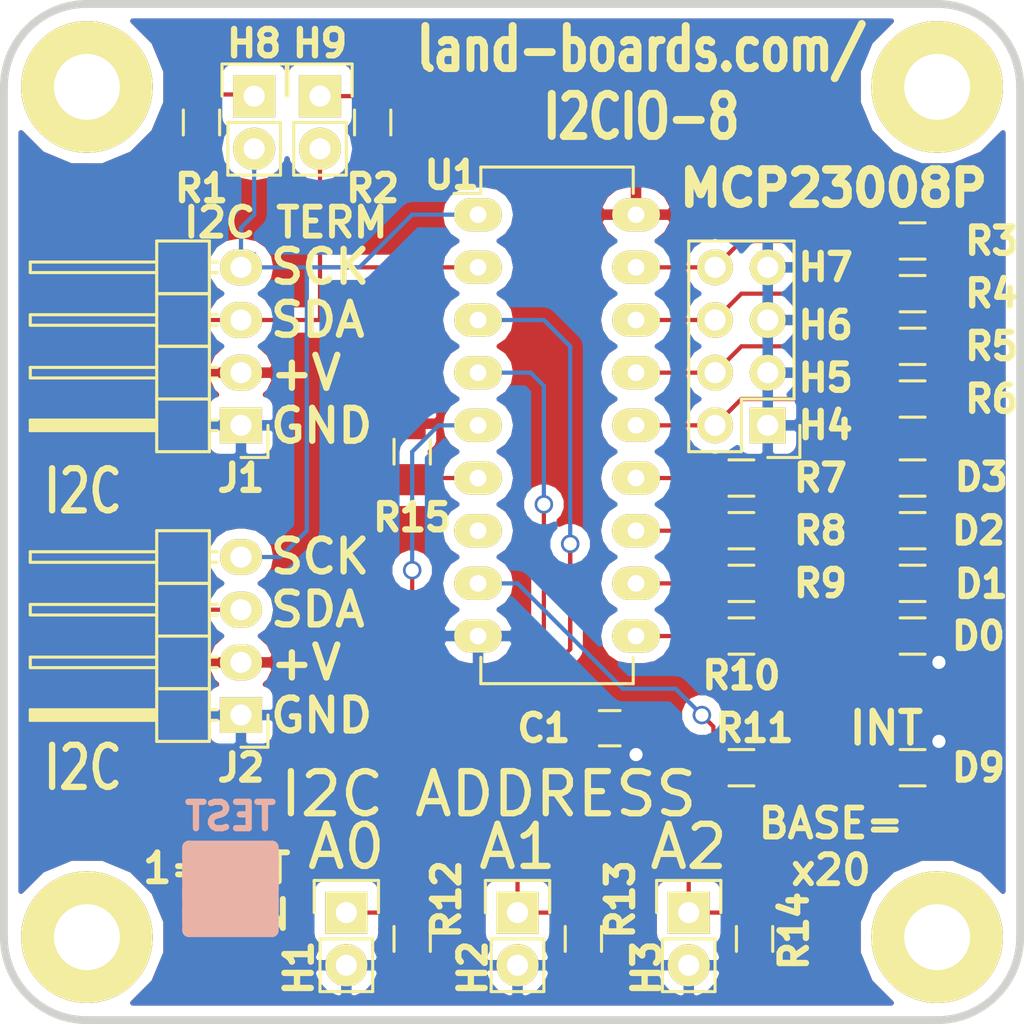
<source format=kicad_pcb>
(kicad_pcb (version 4) (host pcbnew "(after 2015-mar-04 BZR unknown)-product")

  (general
    (links 61)
    (no_connects 0)
    (area -2.293256 -0.190501 51.823257 49.190501)
    (thickness 1.6002)
    (drawings 25)
    (tracks 97)
    (zones 0)
    (modules 35)
    (nets 25)
  )

  (page A4)
  (title_block
    (date "6 jul 2012")
  )

  (layers
    (0 Front signal hide)
    (31 Back power)
    (36 B.SilkS user hide)
    (37 F.SilkS user hide)
    (38 B.Mask user)
    (39 F.Mask user)
    (40 Dwgs.User user hide)
    (41 Cmts.User user hide)
    (42 Eco1.User user hide)
    (43 Eco2.User user hide)
    (44 Edge.Cuts user)
  )

  (setup
    (last_trace_width 0.2032)
    (trace_clearance 0.254)
    (zone_clearance 0.508)
    (zone_45_only no)
    (trace_min 0.2032)
    (segment_width 0.381)
    (edge_width 0.381)
    (via_size 0.889)
    (via_drill 0.635)
    (via_min_size 0.889)
    (via_min_drill 0.508)
    (uvia_size 0.508)
    (uvia_drill 0.127)
    (uvias_allowed no)
    (uvia_min_size 0.508)
    (uvia_min_drill 0.127)
    (pcb_text_width 0.3048)
    (pcb_text_size 1.524 2.032)
    (mod_edge_width 0.381)
    (mod_text_size 1.27 1.27)
    (mod_text_width 0.3048)
    (pad_size 1.524 1.524)
    (pad_drill 0.8128)
    (pad_to_mask_clearance 0.254)
    (aux_axis_origin 0 0)
    (visible_elements 7FFFFF7F)
    (pcbplotparams
      (layerselection 0x010f0_80000001)
      (usegerberextensions true)
      (excludeedgelayer true)
      (linewidth 0.150000)
      (plotframeref false)
      (viasonmask false)
      (mode 1)
      (useauxorigin false)
      (hpglpennumber 1)
      (hpglpenspeed 20)
      (hpglpendiameter 15)
      (hpglpenoverlay 0)
      (psnegative false)
      (psa4output false)
      (plotreference true)
      (plotvalue true)
      (plotinvisibletext false)
      (padsonsilk false)
      (subtractmaskfromsilk false)
      (outputformat 1)
      (mirror false)
      (drillshape 0)
      (scaleselection 1)
      (outputdirectory plots/))
  )

  (net 0 "")
  (net 1 +5V)
  (net 2 /A0)
  (net 3 /A1)
  (net 4 /A2)
  (net 5 /RST)
  (net 6 /SCK)
  (net 7 /SDA)
  (net 8 GND)
  (net 9 "Net-(D1-Pad1)")
  (net 10 "Net-(D2-Pad1)")
  (net 11 "Net-(D3-Pad1)")
  (net 12 "Net-(D9-Pad1)")
  (net 13 "Net-(R7-Pad2)")
  (net 14 "Net-(R8-Pad2)")
  (net 15 "Net-(R9-Pad2)")
  (net 16 "Net-(R10-Pad2)")
  (net 17 "Net-(R11-Pad2)")
  (net 18 "Net-(D0-Pad1)")
  (net 19 "Net-(H4-Pad1)")
  (net 20 "Net-(H5-Pad1)")
  (net 21 "Net-(H6-Pad2)")
  (net 22 "Net-(H6-Pad4)")
  (net 23 "Net-(H6-Pad6)")
  (net 24 "Net-(H6-Pad8)")

  (net_class Default "This is the default net class."
    (clearance 0.254)
    (trace_width 0.2032)
    (via_dia 0.889)
    (via_drill 0.635)
    (uvia_dia 0.508)
    (uvia_drill 0.127)
    (add_net +5V)
    (add_net /A0)
    (add_net /A1)
    (add_net /A2)
    (add_net /RST)
    (add_net /SCK)
    (add_net /SDA)
    (add_net GND)
    (add_net "Net-(D0-Pad1)")
    (add_net "Net-(D1-Pad1)")
    (add_net "Net-(D2-Pad1)")
    (add_net "Net-(D3-Pad1)")
    (add_net "Net-(D9-Pad1)")
    (add_net "Net-(H4-Pad1)")
    (add_net "Net-(H5-Pad1)")
    (add_net "Net-(H6-Pad2)")
    (add_net "Net-(H6-Pad4)")
    (add_net "Net-(H6-Pad6)")
    (add_net "Net-(H6-Pad8)")
    (add_net "Net-(R10-Pad2)")
    (add_net "Net-(R11-Pad2)")
    (add_net "Net-(R7-Pad2)")
    (add_net "Net-(R8-Pad2)")
    (add_net "Net-(R9-Pad2)")
  )

  (module Housings_DIP:DIP-18_W7.62mm_LongPads (layer Front) (tedit 561BBC0B) (tstamp 561BAF3C)
    (at 22.86 10.16)
    (descr "18-lead dip package, row spacing 7.62 mm (300 mils), longer pads")
    (tags "dil dip 2.54 300")
    (path /4FECA226)
    (fp_text reference U1 (at -1.27 -1.905) (layer F.SilkS)
      (effects (font (size 1.27 1.27) (thickness 0.3048)))
    )
    (fp_text value MCP23008P (at 0 -3.72) (layer F.SilkS) hide
      (effects (font (size 1 1) (thickness 0.15)))
    )
    (fp_line (start -1.4 -2.45) (end -1.4 22.8) (layer F.CrtYd) (width 0.05))
    (fp_line (start 9 -2.45) (end 9 22.8) (layer F.CrtYd) (width 0.05))
    (fp_line (start -1.4 -2.45) (end 9 -2.45) (layer F.CrtYd) (width 0.05))
    (fp_line (start -1.4 22.8) (end 9 22.8) (layer F.CrtYd) (width 0.05))
    (fp_line (start 0.135 -2.295) (end 0.135 -1.025) (layer F.SilkS) (width 0.15))
    (fp_line (start 7.485 -2.295) (end 7.485 -1.025) (layer F.SilkS) (width 0.15))
    (fp_line (start 7.485 22.615) (end 7.485 21.345) (layer F.SilkS) (width 0.15))
    (fp_line (start 0.135 22.615) (end 0.135 21.345) (layer F.SilkS) (width 0.15))
    (fp_line (start 0.135 -2.295) (end 7.485 -2.295) (layer F.SilkS) (width 0.15))
    (fp_line (start 0.135 22.615) (end 7.485 22.615) (layer F.SilkS) (width 0.15))
    (fp_line (start 0.135 -1.025) (end -1.15 -1.025) (layer F.SilkS) (width 0.15))
    (pad 1 thru_hole oval (at 0 0) (size 2.3 1.6) (drill 0.8) (layers *.Cu *.Mask F.SilkS)
      (net 6 /SCK))
    (pad 2 thru_hole oval (at 0 2.54) (size 2.3 1.6) (drill 0.8) (layers *.Cu *.Mask F.SilkS)
      (net 7 /SDA))
    (pad 3 thru_hole oval (at 0 5.08) (size 2.3 1.6) (drill 0.8) (layers *.Cu *.Mask F.SilkS)
      (net 4 /A2))
    (pad 4 thru_hole oval (at 0 7.62) (size 2.3 1.6) (drill 0.8) (layers *.Cu *.Mask F.SilkS)
      (net 3 /A1))
    (pad 5 thru_hole oval (at 0 10.16) (size 2.3 1.6) (drill 0.8) (layers *.Cu *.Mask F.SilkS)
      (net 2 /A0))
    (pad 6 thru_hole oval (at 0 12.7) (size 2.3 1.6) (drill 0.8) (layers *.Cu *.Mask F.SilkS)
      (net 5 /RST))
    (pad 7 thru_hole oval (at 0 15.24) (size 2.3 1.6) (drill 0.8) (layers *.Cu *.Mask F.SilkS))
    (pad 8 thru_hole oval (at 0 17.78) (size 2.3 1.6) (drill 0.8) (layers *.Cu *.Mask F.SilkS)
      (net 17 "Net-(R11-Pad2)"))
    (pad 9 thru_hole oval (at 0 20.32) (size 2.3 1.6) (drill 0.8) (layers *.Cu *.Mask F.SilkS)
      (net 8 GND))
    (pad 10 thru_hole oval (at 7.62 20.32) (size 2.3 1.6) (drill 0.8) (layers *.Cu *.Mask F.SilkS)
      (net 16 "Net-(R10-Pad2)"))
    (pad 11 thru_hole oval (at 7.62 17.78) (size 2.3 1.6) (drill 0.8) (layers *.Cu *.Mask F.SilkS)
      (net 15 "Net-(R9-Pad2)"))
    (pad 12 thru_hole oval (at 7.62 15.24) (size 2.3 1.6) (drill 0.8) (layers *.Cu *.Mask F.SilkS)
      (net 14 "Net-(R8-Pad2)"))
    (pad 13 thru_hole oval (at 7.62 12.7) (size 2.3 1.6) (drill 0.8) (layers *.Cu *.Mask F.SilkS)
      (net 13 "Net-(R7-Pad2)"))
    (pad 14 thru_hole oval (at 7.62 10.16) (size 2.3 1.6) (drill 0.8) (layers *.Cu *.Mask F.SilkS)
      (net 21 "Net-(H6-Pad2)"))
    (pad 15 thru_hole oval (at 7.62 7.62) (size 2.3 1.6) (drill 0.8) (layers *.Cu *.Mask F.SilkS)
      (net 22 "Net-(H6-Pad4)"))
    (pad 16 thru_hole oval (at 7.62 5.08) (size 2.3 1.6) (drill 0.8) (layers *.Cu *.Mask F.SilkS)
      (net 23 "Net-(H6-Pad6)"))
    (pad 17 thru_hole oval (at 7.62 2.54) (size 2.3 1.6) (drill 0.8) (layers *.Cu *.Mask F.SilkS)
      (net 24 "Net-(H6-Pad8)"))
    (pad 18 thru_hole oval (at 7.62 0) (size 2.3 1.6) (drill 0.8) (layers *.Cu *.Mask F.SilkS)
      (net 1 +5V))
    (model Housings_DIP.3dshapes/DIP-18_W7.62mm_LongPads.wrl
      (at (xyz 0 0 0))
      (scale (xyz 1 1 1))
      (rotate (xyz 0 0 0))
    )
  )

  (module Resistors_SMD:R_0805_HandSoldering (layer Front) (tedit 561BBAC2) (tstamp 561BADE4)
    (at 43.815 36.83)
    (descr "Resistor SMD 0805, hand soldering")
    (tags "resistor 0805")
    (path /561BE824)
    (attr smd)
    (fp_text reference D9 (at 3.175 0) (layer F.SilkS)
      (effects (font (size 1.27 1.27) (thickness 0.3048)))
    )
    (fp_text value LED (at 0 2.1) (layer Eco1.User) hide
      (effects (font (size 1 1) (thickness 0.15)))
    )
    (fp_line (start -2.4 -1) (end 2.4 -1) (layer F.CrtYd) (width 0.05))
    (fp_line (start -2.4 1) (end 2.4 1) (layer F.CrtYd) (width 0.05))
    (fp_line (start -2.4 -1) (end -2.4 1) (layer F.CrtYd) (width 0.05))
    (fp_line (start 2.4 -1) (end 2.4 1) (layer F.CrtYd) (width 0.05))
    (fp_line (start 0.6 0.875) (end -0.6 0.875) (layer F.SilkS) (width 0.15))
    (fp_line (start -0.6 -0.875) (end 0.6 -0.875) (layer F.SilkS) (width 0.15))
    (pad 1 smd rect (at -1.35 0) (size 1.5 1.3) (layers Front F.Mask)
      (net 12 "Net-(D9-Pad1)"))
    (pad 2 smd rect (at 1.35 0) (size 1.5 1.3) (layers Front F.Mask)
      (net 8 GND))
    (model Resistors_SMD.3dshapes/R_0805_HandSoldering.wrl
      (at (xyz 0 0 0))
      (scale (xyz 1 1 1))
      (rotate (xyz 0 0 0))
    )
  )

  (module Resistors_SMD:R_0805_HandSoldering (layer Front) (tedit 561BD0F4) (tstamp 561BAE20)
    (at 43.815 22.86)
    (descr "Resistor SMD 0805, hand soldering")
    (tags "resistor 0805")
    (path /561BBEC6)
    (attr smd)
    (fp_text reference D3 (at 3.31 -0.045) (layer F.SilkS)
      (effects (font (size 1.27 1.27) (thickness 0.3048)))
    )
    (fp_text value LED (at 0 2.1) (layer Eco1.User) hide
      (effects (font (size 1 1) (thickness 0.15)))
    )
    (fp_line (start -2.4 -1) (end 2.4 -1) (layer F.CrtYd) (width 0.05))
    (fp_line (start -2.4 1) (end 2.4 1) (layer F.CrtYd) (width 0.05))
    (fp_line (start -2.4 -1) (end -2.4 1) (layer F.CrtYd) (width 0.05))
    (fp_line (start 2.4 -1) (end 2.4 1) (layer F.CrtYd) (width 0.05))
    (fp_line (start 0.6 0.875) (end -0.6 0.875) (layer F.SilkS) (width 0.15))
    (fp_line (start -0.6 -0.875) (end 0.6 -0.875) (layer F.SilkS) (width 0.15))
    (pad 1 smd rect (at -1.35 0) (size 1.5 1.3) (layers Front F.Mask)
      (net 11 "Net-(D3-Pad1)"))
    (pad 2 smd rect (at 1.35 0) (size 1.5 1.3) (layers Front F.Mask)
      (net 8 GND))
    (model Resistors_SMD.3dshapes/R_0805_HandSoldering.wrl
      (at (xyz 0 0 0))
      (scale (xyz 1 1 1))
      (rotate (xyz 0 0 0))
    )
  )

  (module Resistors_SMD:R_0805_HandSoldering (layer Front) (tedit 561BD0E4) (tstamp 561BAE2C)
    (at 43.815 25.4)
    (descr "Resistor SMD 0805, hand soldering")
    (tags "resistor 0805")
    (path /561BBED2)
    (attr smd)
    (fp_text reference D2 (at 3.175 0) (layer F.SilkS)
      (effects (font (size 1.27 1.27) (thickness 0.3048)))
    )
    (fp_text value LED (at 0 2.1) (layer Eco1.User) hide
      (effects (font (size 1 1) (thickness 0.15)))
    )
    (fp_line (start -2.4 -1) (end 2.4 -1) (layer F.CrtYd) (width 0.05))
    (fp_line (start -2.4 1) (end 2.4 1) (layer F.CrtYd) (width 0.05))
    (fp_line (start -2.4 -1) (end -2.4 1) (layer F.CrtYd) (width 0.05))
    (fp_line (start 2.4 -1) (end 2.4 1) (layer F.CrtYd) (width 0.05))
    (fp_line (start 0.6 0.875) (end -0.6 0.875) (layer F.SilkS) (width 0.15))
    (fp_line (start -0.6 -0.875) (end 0.6 -0.875) (layer F.SilkS) (width 0.15))
    (pad 1 smd rect (at -1.35 0) (size 1.5 1.3) (layers Front F.Mask)
      (net 10 "Net-(D2-Pad1)"))
    (pad 2 smd rect (at 1.35 0) (size 1.5 1.3) (layers Front F.Mask)
      (net 8 GND))
    (model Resistors_SMD.3dshapes/R_0805_HandSoldering.wrl
      (at (xyz 0 0 0))
      (scale (xyz 1 1 1))
      (rotate (xyz 0 0 0))
    )
  )

  (module Resistors_SMD:R_0805_HandSoldering (layer Front) (tedit 561BD0D6) (tstamp 561BAE38)
    (at 43.815 27.94)
    (descr "Resistor SMD 0805, hand soldering")
    (tags "resistor 0805")
    (path /561BBEDE)
    (attr smd)
    (fp_text reference D1 (at 3.31 0.035) (layer F.SilkS)
      (effects (font (size 1.27 1.27) (thickness 0.3048)))
    )
    (fp_text value LED (at 0 2.1) (layer Eco1.User) hide
      (effects (font (size 1 1) (thickness 0.15)))
    )
    (fp_line (start -2.4 -1) (end 2.4 -1) (layer F.CrtYd) (width 0.05))
    (fp_line (start -2.4 1) (end 2.4 1) (layer F.CrtYd) (width 0.05))
    (fp_line (start -2.4 -1) (end -2.4 1) (layer F.CrtYd) (width 0.05))
    (fp_line (start 2.4 -1) (end 2.4 1) (layer F.CrtYd) (width 0.05))
    (fp_line (start 0.6 0.875) (end -0.6 0.875) (layer F.SilkS) (width 0.15))
    (fp_line (start -0.6 -0.875) (end 0.6 -0.875) (layer F.SilkS) (width 0.15))
    (pad 1 smd rect (at -1.35 0) (size 1.5 1.3) (layers Front F.Mask)
      (net 9 "Net-(D1-Pad1)"))
    (pad 2 smd rect (at 1.35 0) (size 1.5 1.3) (layers Front F.Mask)
      (net 8 GND))
    (model Resistors_SMD.3dshapes/R_0805_HandSoldering.wrl
      (at (xyz 0 0 0))
      (scale (xyz 1 1 1))
      (rotate (xyz 0 0 0))
    )
  )

  (module Resistors_SMD:R_0805_HandSoldering (layer Front) (tedit 561BD0C5) (tstamp 561BAE44)
    (at 43.815 30.48)
    (descr "Resistor SMD 0805, hand soldering")
    (tags "resistor 0805")
    (path /561BBEEA)
    (attr smd)
    (fp_text reference D0 (at 3.175 0) (layer F.SilkS)
      (effects (font (size 1.27 1.27) (thickness 0.3048)))
    )
    (fp_text value LED (at 0 2.1) (layer Eco1.User) hide
      (effects (font (size 1 1) (thickness 0.15)))
    )
    (fp_line (start -2.4 -1) (end 2.4 -1) (layer F.CrtYd) (width 0.05))
    (fp_line (start -2.4 1) (end 2.4 1) (layer F.CrtYd) (width 0.05))
    (fp_line (start -2.4 -1) (end -2.4 1) (layer F.CrtYd) (width 0.05))
    (fp_line (start 2.4 -1) (end 2.4 1) (layer F.CrtYd) (width 0.05))
    (fp_line (start 0.6 0.875) (end -0.6 0.875) (layer F.SilkS) (width 0.15))
    (fp_line (start -0.6 -0.875) (end 0.6 -0.875) (layer F.SilkS) (width 0.15))
    (pad 1 smd rect (at -1.35 0) (size 1.5 1.3) (layers Front F.Mask)
      (net 18 "Net-(D0-Pad1)"))
    (pad 2 smd rect (at 1.35 0) (size 1.5 1.3) (layers Front F.Mask)
      (net 8 GND))
    (model Resistors_SMD.3dshapes/R_0805_HandSoldering.wrl
      (at (xyz 0 0 0))
      (scale (xyz 1 1 1))
      (rotate (xyz 0 0 0))
    )
  )

  (module Pin_Headers:Pin_Header_Straight_1x02 (layer Front) (tedit 561BF86E) (tstamp 561BAE65)
    (at 33.02 43.815)
    (descr "Through hole pin header")
    (tags "pin header")
    (path /4FECA274)
    (fp_text reference H3 (at -2.032 2.667 90) (layer F.SilkS)
      (effects (font (size 1.27 1.27) (thickness 0.3048)))
    )
    (fp_text value CONN_2 (at 0 -3.1) (layer Eco1.User) hide
      (effects (font (size 1 1) (thickness 0.15)))
    )
    (fp_line (start 1.27 1.27) (end 1.27 3.81) (layer F.SilkS) (width 0.15))
    (fp_line (start 1.55 -1.55) (end 1.55 0) (layer F.SilkS) (width 0.15))
    (fp_line (start -1.75 -1.75) (end -1.75 4.3) (layer F.CrtYd) (width 0.05))
    (fp_line (start 1.75 -1.75) (end 1.75 4.3) (layer F.CrtYd) (width 0.05))
    (fp_line (start -1.75 -1.75) (end 1.75 -1.75) (layer F.CrtYd) (width 0.05))
    (fp_line (start -1.75 4.3) (end 1.75 4.3) (layer F.CrtYd) (width 0.05))
    (fp_line (start 1.27 1.27) (end -1.27 1.27) (layer F.SilkS) (width 0.15))
    (fp_line (start -1.55 0) (end -1.55 -1.55) (layer F.SilkS) (width 0.15))
    (fp_line (start -1.55 -1.55) (end 1.55 -1.55) (layer F.SilkS) (width 0.15))
    (fp_line (start -1.27 1.27) (end -1.27 3.81) (layer F.SilkS) (width 0.15))
    (fp_line (start -1.27 3.81) (end 1.27 3.81) (layer F.SilkS) (width 0.15))
    (pad 1 thru_hole rect (at 0 0) (size 2.032 2.032) (drill 1.016) (layers *.Cu *.Mask F.SilkS)
      (net 4 /A2))
    (pad 2 thru_hole oval (at 0 2.54) (size 2.032 2.032) (drill 1.016) (layers *.Cu *.Mask F.SilkS)
      (net 8 GND))
    (model Pin_Headers.3dshapes/Pin_Header_Straight_1x02.wrl
      (at (xyz 0 -0.05 0))
      (scale (xyz 1 1 1))
      (rotate (xyz 0 0 90))
    )
  )

  (module Resistors_SMD:R_0805_HandSoldering (layer Front) (tedit 561BF946) (tstamp 561BAE99)
    (at 19.685 45.085 90)
    (descr "Resistor SMD 0805, hand soldering")
    (tags "resistor 0805")
    (path /4FECA2A4)
    (attr smd)
    (fp_text reference R12 (at 1.905 1.651 270) (layer F.SilkS)
      (effects (font (size 1.27 1.27) (thickness 0.3048)))
    )
    (fp_text value 10K (at 0 2.1 90) (layer F.SilkS) hide
      (effects (font (size 1 1) (thickness 0.15)))
    )
    (fp_line (start -2.4 -1) (end 2.4 -1) (layer F.CrtYd) (width 0.05))
    (fp_line (start -2.4 1) (end 2.4 1) (layer F.CrtYd) (width 0.05))
    (fp_line (start -2.4 -1) (end -2.4 1) (layer F.CrtYd) (width 0.05))
    (fp_line (start 2.4 -1) (end 2.4 1) (layer F.CrtYd) (width 0.05))
    (fp_line (start 0.6 0.875) (end -0.6 0.875) (layer F.SilkS) (width 0.15))
    (fp_line (start -0.6 -0.875) (end 0.6 -0.875) (layer F.SilkS) (width 0.15))
    (pad 1 smd rect (at -1.35 0 90) (size 1.5 1.3) (layers Front F.Mask)
      (net 1 +5V))
    (pad 2 smd rect (at 1.35 0 90) (size 1.5 1.3) (layers Front F.Mask)
      (net 2 /A0))
    (model Resistors_SMD.3dshapes/R_0805_HandSoldering.wrl
      (at (xyz 0 0 0))
      (scale (xyz 1 1 1))
      (rotate (xyz 0 0 0))
    )
  )

  (module Resistors_SMD:R_0805_HandSoldering (layer Front) (tedit 561BF94E) (tstamp 561BAEA4)
    (at 27.94 45.085 90)
    (descr "Resistor SMD 0805, hand soldering")
    (tags "resistor 0805")
    (path /4FECA2AC)
    (attr smd)
    (fp_text reference R13 (at 1.905 1.778 270) (layer F.SilkS)
      (effects (font (size 1.27 1.27) (thickness 0.3048)))
    )
    (fp_text value 10K (at 0 2.1 90) (layer F.SilkS) hide
      (effects (font (size 1 1) (thickness 0.15)))
    )
    (fp_line (start -2.4 -1) (end 2.4 -1) (layer F.CrtYd) (width 0.05))
    (fp_line (start -2.4 1) (end 2.4 1) (layer F.CrtYd) (width 0.05))
    (fp_line (start -2.4 -1) (end -2.4 1) (layer F.CrtYd) (width 0.05))
    (fp_line (start 2.4 -1) (end 2.4 1) (layer F.CrtYd) (width 0.05))
    (fp_line (start 0.6 0.875) (end -0.6 0.875) (layer F.SilkS) (width 0.15))
    (fp_line (start -0.6 -0.875) (end 0.6 -0.875) (layer F.SilkS) (width 0.15))
    (pad 1 smd rect (at -1.35 0 90) (size 1.5 1.3) (layers Front F.Mask)
      (net 1 +5V))
    (pad 2 smd rect (at 1.35 0 90) (size 1.5 1.3) (layers Front F.Mask)
      (net 3 /A1))
    (model Resistors_SMD.3dshapes/R_0805_HandSoldering.wrl
      (at (xyz 0 0 0))
      (scale (xyz 1 1 1))
      (rotate (xyz 0 0 0))
    )
  )

  (module Resistors_SMD:R_0805_HandSoldering (layer Front) (tedit 561BF955) (tstamp 561BAEAF)
    (at 36.195 45.085 90)
    (descr "Resistor SMD 0805, hand soldering")
    (tags "resistor 0805")
    (path /4FECA2B1)
    (attr smd)
    (fp_text reference R14 (at 0.381 1.905 270) (layer F.SilkS)
      (effects (font (size 1.27 1.27) (thickness 0.3048)))
    )
    (fp_text value 10K (at 0 2.1 90) (layer Eco1.User) hide
      (effects (font (size 1 1) (thickness 0.15)))
    )
    (fp_line (start -2.4 -1) (end 2.4 -1) (layer F.CrtYd) (width 0.05))
    (fp_line (start -2.4 1) (end 2.4 1) (layer F.CrtYd) (width 0.05))
    (fp_line (start -2.4 -1) (end -2.4 1) (layer F.CrtYd) (width 0.05))
    (fp_line (start 2.4 -1) (end 2.4 1) (layer F.CrtYd) (width 0.05))
    (fp_line (start 0.6 0.875) (end -0.6 0.875) (layer F.SilkS) (width 0.15))
    (fp_line (start -0.6 -0.875) (end 0.6 -0.875) (layer F.SilkS) (width 0.15))
    (pad 1 smd rect (at -1.35 0 90) (size 1.5 1.3) (layers Front F.Mask)
      (net 1 +5V))
    (pad 2 smd rect (at 1.35 0 90) (size 1.5 1.3) (layers Front F.Mask)
      (net 4 /A2))
    (model Resistors_SMD.3dshapes/R_0805_HandSoldering.wrl
      (at (xyz 0 0 0))
      (scale (xyz 1 1 1))
      (rotate (xyz 0 0 0))
    )
  )

  (module Resistors_SMD:R_0805_HandSoldering (layer Front) (tedit 561BE370) (tstamp 561BAEBA)
    (at 9.525 5.715 90)
    (descr "Resistor SMD 0805, hand soldering")
    (tags "resistor 0805")
    (path /4FECA501)
    (attr smd)
    (fp_text reference R1 (at -3.175 0 180) (layer F.SilkS)
      (effects (font (size 1.27 1.27) (thickness 0.3048)))
    )
    (fp_text value 10K (at 0 2.1 90) (layer Eco1.User) hide
      (effects (font (size 1 1) (thickness 0.15)))
    )
    (fp_line (start -2.4 -1) (end 2.4 -1) (layer F.CrtYd) (width 0.05))
    (fp_line (start -2.4 1) (end 2.4 1) (layer F.CrtYd) (width 0.05))
    (fp_line (start -2.4 -1) (end -2.4 1) (layer F.CrtYd) (width 0.05))
    (fp_line (start 2.4 -1) (end 2.4 1) (layer F.CrtYd) (width 0.05))
    (fp_line (start 0.6 0.875) (end -0.6 0.875) (layer F.SilkS) (width 0.15))
    (fp_line (start -0.6 -0.875) (end 0.6 -0.875) (layer F.SilkS) (width 0.15))
    (pad 1 smd rect (at -1.35 0 90) (size 1.5 1.3) (layers Front F.Mask)
      (net 1 +5V))
    (pad 2 smd rect (at 1.35 0 90) (size 1.5 1.3) (layers Front F.Mask)
      (net 19 "Net-(H4-Pad1)"))
    (model Resistors_SMD.3dshapes/R_0805_HandSoldering.wrl
      (at (xyz 0 0 0))
      (scale (xyz 1 1 1))
      (rotate (xyz 0 0 0))
    )
  )

  (module Resistors_SMD:R_0805_HandSoldering (layer Front) (tedit 561BE373) (tstamp 561BAEC5)
    (at 17.78 5.715 90)
    (descr "Resistor SMD 0805, hand soldering")
    (tags "resistor 0805")
    (path /4FECA4FB)
    (attr smd)
    (fp_text reference R2 (at -3.175 0 180) (layer F.SilkS)
      (effects (font (size 1.27 1.27) (thickness 0.3048)))
    )
    (fp_text value 10K (at 0 2.1 90) (layer Eco1.User) hide
      (effects (font (size 1 1) (thickness 0.15)))
    )
    (fp_line (start -2.4 -1) (end 2.4 -1) (layer F.CrtYd) (width 0.05))
    (fp_line (start -2.4 1) (end 2.4 1) (layer F.CrtYd) (width 0.05))
    (fp_line (start -2.4 -1) (end -2.4 1) (layer F.CrtYd) (width 0.05))
    (fp_line (start 2.4 -1) (end 2.4 1) (layer F.CrtYd) (width 0.05))
    (fp_line (start 0.6 0.875) (end -0.6 0.875) (layer F.SilkS) (width 0.15))
    (fp_line (start -0.6 -0.875) (end 0.6 -0.875) (layer F.SilkS) (width 0.15))
    (pad 1 smd rect (at -1.35 0 90) (size 1.5 1.3) (layers Front F.Mask)
      (net 1 +5V))
    (pad 2 smd rect (at 1.35 0 90) (size 1.5 1.3) (layers Front F.Mask)
      (net 20 "Net-(H5-Pad1)"))
    (model Resistors_SMD.3dshapes/R_0805_HandSoldering.wrl
      (at (xyz 0 0 0))
      (scale (xyz 1 1 1))
      (rotate (xyz 0 0 0))
    )
  )

  (module Resistors_SMD:R_0805_HandSoldering (layer Front) (tedit 561BE413) (tstamp 561BAEDB)
    (at 35.56 36.83 180)
    (descr "Resistor SMD 0805, hand soldering")
    (tags "resistor 0805")
    (path /561BE81E)
    (attr smd)
    (fp_text reference R11 (at -0.635 1.905 180) (layer F.SilkS)
      (effects (font (size 1.27 1.27) (thickness 0.3048)))
    )
    (fp_text value 330 (at 0 2.1 180) (layer Eco1.User) hide
      (effects (font (size 1 1) (thickness 0.15)))
    )
    (fp_line (start -2.4 -1) (end 2.4 -1) (layer F.CrtYd) (width 0.05))
    (fp_line (start -2.4 1) (end 2.4 1) (layer F.CrtYd) (width 0.05))
    (fp_line (start -2.4 -1) (end -2.4 1) (layer F.CrtYd) (width 0.05))
    (fp_line (start 2.4 -1) (end 2.4 1) (layer F.CrtYd) (width 0.05))
    (fp_line (start 0.6 0.875) (end -0.6 0.875) (layer F.SilkS) (width 0.15))
    (fp_line (start -0.6 -0.875) (end 0.6 -0.875) (layer F.SilkS) (width 0.15))
    (pad 1 smd rect (at -1.35 0 180) (size 1.5 1.3) (layers Front F.Mask)
      (net 12 "Net-(D9-Pad1)"))
    (pad 2 smd rect (at 1.35 0 180) (size 1.5 1.3) (layers Front F.Mask)
      (net 17 "Net-(R11-Pad2)"))
    (model Resistors_SMD.3dshapes/R_0805_HandSoldering.wrl
      (at (xyz 0 0 0))
      (scale (xyz 1 1 1))
      (rotate (xyz 0 0 0))
    )
  )

  (module Resistors_SMD:R_0805_HandSoldering (layer Front) (tedit 561BEA8C) (tstamp 561BAEE7)
    (at 43.815 11.43)
    (descr "Resistor SMD 0805, hand soldering")
    (tags "resistor 0805")
    (path /561BB3BC)
    (attr smd)
    (fp_text reference R3 (at 3.81 0) (layer F.SilkS)
      (effects (font (size 1.27 1.27) (thickness 0.3048)))
    )
    (fp_text value 330 (at 0 2.1) (layer Eco1.User) hide
      (effects (font (size 1 1) (thickness 0.15)))
    )
    (fp_line (start -2.4 -1) (end 2.4 -1) (layer F.CrtYd) (width 0.05))
    (fp_line (start -2.4 1) (end 2.4 1) (layer F.CrtYd) (width 0.05))
    (fp_line (start -2.4 -1) (end -2.4 1) (layer F.CrtYd) (width 0.05))
    (fp_line (start 2.4 -1) (end 2.4 1) (layer F.CrtYd) (width 0.05))
    (fp_line (start 0.6 0.875) (end -0.6 0.875) (layer F.SilkS) (width 0.15))
    (fp_line (start -0.6 -0.875) (end 0.6 -0.875) (layer F.SilkS) (width 0.15))
    (pad 1 smd rect (at -1.35 0) (size 1.5 1.3) (layers Front F.Mask)
      (net 24 "Net-(H6-Pad8)"))
    (pad 2 smd rect (at 1.35 0) (size 1.5 1.3) (layers Front F.Mask)
      (net 1 +5V))
    (model Resistors_SMD.3dshapes/R_0805_HandSoldering.wrl
      (at (xyz 0 0 0))
      (scale (xyz 1 1 1))
      (rotate (xyz 0 0 0))
    )
  )

  (module Resistors_SMD:R_0805_HandSoldering (layer Front) (tedit 561BEA90) (tstamp 561BAEF3)
    (at 43.815 13.97)
    (descr "Resistor SMD 0805, hand soldering")
    (tags "resistor 0805")
    (path /561BB8B6)
    (attr smd)
    (fp_text reference R4 (at 3.81 0) (layer F.SilkS)
      (effects (font (size 1.27 1.27) (thickness 0.3048)))
    )
    (fp_text value 330 (at 0 2.1) (layer Eco1.User) hide
      (effects (font (size 1 1) (thickness 0.15)))
    )
    (fp_line (start -2.4 -1) (end 2.4 -1) (layer F.CrtYd) (width 0.05))
    (fp_line (start -2.4 1) (end 2.4 1) (layer F.CrtYd) (width 0.05))
    (fp_line (start -2.4 -1) (end -2.4 1) (layer F.CrtYd) (width 0.05))
    (fp_line (start 2.4 -1) (end 2.4 1) (layer F.CrtYd) (width 0.05))
    (fp_line (start 0.6 0.875) (end -0.6 0.875) (layer F.SilkS) (width 0.15))
    (fp_line (start -0.6 -0.875) (end 0.6 -0.875) (layer F.SilkS) (width 0.15))
    (pad 1 smd rect (at -1.35 0) (size 1.5 1.3) (layers Front F.Mask)
      (net 23 "Net-(H6-Pad6)"))
    (pad 2 smd rect (at 1.35 0) (size 1.5 1.3) (layers Front F.Mask)
      (net 1 +5V))
    (model Resistors_SMD.3dshapes/R_0805_HandSoldering.wrl
      (at (xyz 0 0 0))
      (scale (xyz 1 1 1))
      (rotate (xyz 0 0 0))
    )
  )

  (module Resistors_SMD:R_0805_HandSoldering (layer Front) (tedit 561BEA93) (tstamp 561BAEFF)
    (at 43.815 16.51)
    (descr "Resistor SMD 0805, hand soldering")
    (tags "resistor 0805")
    (path /561BB9D6)
    (attr smd)
    (fp_text reference R5 (at 3.81 0) (layer F.SilkS)
      (effects (font (size 1.27 1.27) (thickness 0.3048)))
    )
    (fp_text value 330 (at 0 2.1) (layer Eco1.User) hide
      (effects (font (size 1 1) (thickness 0.15)))
    )
    (fp_line (start -2.4 -1) (end 2.4 -1) (layer F.CrtYd) (width 0.05))
    (fp_line (start -2.4 1) (end 2.4 1) (layer F.CrtYd) (width 0.05))
    (fp_line (start -2.4 -1) (end -2.4 1) (layer F.CrtYd) (width 0.05))
    (fp_line (start 2.4 -1) (end 2.4 1) (layer F.CrtYd) (width 0.05))
    (fp_line (start 0.6 0.875) (end -0.6 0.875) (layer F.SilkS) (width 0.15))
    (fp_line (start -0.6 -0.875) (end 0.6 -0.875) (layer F.SilkS) (width 0.15))
    (pad 1 smd rect (at -1.35 0) (size 1.5 1.3) (layers Front F.Mask)
      (net 22 "Net-(H6-Pad4)"))
    (pad 2 smd rect (at 1.35 0) (size 1.5 1.3) (layers Front F.Mask)
      (net 1 +5V))
    (model Resistors_SMD.3dshapes/R_0805_HandSoldering.wrl
      (at (xyz 0 0 0))
      (scale (xyz 1 1 1))
      (rotate (xyz 0 0 0))
    )
  )

  (module Resistors_SMD:R_0805_HandSoldering (layer Front) (tedit 561BEA9A) (tstamp 561BAF0B)
    (at 43.815 19.05)
    (descr "Resistor SMD 0805, hand soldering")
    (tags "resistor 0805")
    (path /561BB9E2)
    (attr smd)
    (fp_text reference R6 (at 3.81 0) (layer F.SilkS)
      (effects (font (size 1.27 1.27) (thickness 0.3048)))
    )
    (fp_text value 330 (at 0 2.1) (layer Eco1.User) hide
      (effects (font (size 1 1) (thickness 0.15)))
    )
    (fp_line (start -2.4 -1) (end 2.4 -1) (layer F.CrtYd) (width 0.05))
    (fp_line (start -2.4 1) (end 2.4 1) (layer F.CrtYd) (width 0.05))
    (fp_line (start -2.4 -1) (end -2.4 1) (layer F.CrtYd) (width 0.05))
    (fp_line (start 2.4 -1) (end 2.4 1) (layer F.CrtYd) (width 0.05))
    (fp_line (start 0.6 0.875) (end -0.6 0.875) (layer F.SilkS) (width 0.15))
    (fp_line (start -0.6 -0.875) (end 0.6 -0.875) (layer F.SilkS) (width 0.15))
    (pad 1 smd rect (at -1.35 0) (size 1.5 1.3) (layers Front F.Mask)
      (net 21 "Net-(H6-Pad2)"))
    (pad 2 smd rect (at 1.35 0) (size 1.5 1.3) (layers Front F.Mask)
      (net 1 +5V))
    (model Resistors_SMD.3dshapes/R_0805_HandSoldering.wrl
      (at (xyz 0 0 0))
      (scale (xyz 1 1 1))
      (rotate (xyz 0 0 0))
    )
  )

  (module Resistors_SMD:R_0805_HandSoldering (layer Front) (tedit 561BE3D9) (tstamp 561BAF17)
    (at 35.56 22.86 180)
    (descr "Resistor SMD 0805, hand soldering")
    (tags "resistor 0805")
    (path /561BBEC0)
    (attr smd)
    (fp_text reference R7 (at -3.81 0 180) (layer F.SilkS)
      (effects (font (size 1.27 1.27) (thickness 0.3048)))
    )
    (fp_text value 330 (at 0 2.1 180) (layer Eco1.User) hide
      (effects (font (size 1 1) (thickness 0.15)))
    )
    (fp_line (start -2.4 -1) (end 2.4 -1) (layer F.CrtYd) (width 0.05))
    (fp_line (start -2.4 1) (end 2.4 1) (layer F.CrtYd) (width 0.05))
    (fp_line (start -2.4 -1) (end -2.4 1) (layer F.CrtYd) (width 0.05))
    (fp_line (start 2.4 -1) (end 2.4 1) (layer F.CrtYd) (width 0.05))
    (fp_line (start 0.6 0.875) (end -0.6 0.875) (layer F.SilkS) (width 0.15))
    (fp_line (start -0.6 -0.875) (end 0.6 -0.875) (layer F.SilkS) (width 0.15))
    (pad 1 smd rect (at -1.35 0 180) (size 1.5 1.3) (layers Front F.Mask)
      (net 11 "Net-(D3-Pad1)"))
    (pad 2 smd rect (at 1.35 0 180) (size 1.5 1.3) (layers Front F.Mask)
      (net 13 "Net-(R7-Pad2)"))
    (model Resistors_SMD.3dshapes/R_0805_HandSoldering.wrl
      (at (xyz 0 0 0))
      (scale (xyz 1 1 1))
      (rotate (xyz 0 0 0))
    )
  )

  (module Resistors_SMD:R_0805_HandSoldering (layer Front) (tedit 561BE3E3) (tstamp 561BAF23)
    (at 35.56 25.4 180)
    (descr "Resistor SMD 0805, hand soldering")
    (tags "resistor 0805")
    (path /561BBECC)
    (attr smd)
    (fp_text reference R8 (at -3.81 0 180) (layer F.SilkS)
      (effects (font (size 1.27 1.27) (thickness 0.3048)))
    )
    (fp_text value 330 (at 0 2.1 180) (layer Eco1.User) hide
      (effects (font (size 1 1) (thickness 0.15)))
    )
    (fp_line (start -2.4 -1) (end 2.4 -1) (layer F.CrtYd) (width 0.05))
    (fp_line (start -2.4 1) (end 2.4 1) (layer F.CrtYd) (width 0.05))
    (fp_line (start -2.4 -1) (end -2.4 1) (layer F.CrtYd) (width 0.05))
    (fp_line (start 2.4 -1) (end 2.4 1) (layer F.CrtYd) (width 0.05))
    (fp_line (start 0.6 0.875) (end -0.6 0.875) (layer F.SilkS) (width 0.15))
    (fp_line (start -0.6 -0.875) (end 0.6 -0.875) (layer F.SilkS) (width 0.15))
    (pad 1 smd rect (at -1.35 0 180) (size 1.5 1.3) (layers Front F.Mask)
      (net 10 "Net-(D2-Pad1)"))
    (pad 2 smd rect (at 1.35 0 180) (size 1.5 1.3) (layers Front F.Mask)
      (net 14 "Net-(R8-Pad2)"))
    (model Resistors_SMD.3dshapes/R_0805_HandSoldering.wrl
      (at (xyz 0 0 0))
      (scale (xyz 1 1 1))
      (rotate (xyz 0 0 0))
    )
  )

  (module Resistors_SMD:R_0805_HandSoldering (layer Front) (tedit 561BE3EB) (tstamp 561BAF2F)
    (at 35.56 27.94 180)
    (descr "Resistor SMD 0805, hand soldering")
    (tags "resistor 0805")
    (path /561BBED8)
    (attr smd)
    (fp_text reference R9 (at -3.81 0 180) (layer F.SilkS)
      (effects (font (size 1.27 1.27) (thickness 0.3048)))
    )
    (fp_text value 330 (at 0 2.1 180) (layer F.SilkS) hide
      (effects (font (size 1 1) (thickness 0.15)))
    )
    (fp_line (start -2.4 -1) (end 2.4 -1) (layer F.CrtYd) (width 0.05))
    (fp_line (start -2.4 1) (end 2.4 1) (layer F.CrtYd) (width 0.05))
    (fp_line (start -2.4 -1) (end -2.4 1) (layer F.CrtYd) (width 0.05))
    (fp_line (start 2.4 -1) (end 2.4 1) (layer F.CrtYd) (width 0.05))
    (fp_line (start 0.6 0.875) (end -0.6 0.875) (layer F.SilkS) (width 0.15))
    (fp_line (start -0.6 -0.875) (end 0.6 -0.875) (layer F.SilkS) (width 0.15))
    (pad 1 smd rect (at -1.35 0 180) (size 1.5 1.3) (layers Front F.Mask)
      (net 9 "Net-(D1-Pad1)"))
    (pad 2 smd rect (at 1.35 0 180) (size 1.5 1.3) (layers Front F.Mask)
      (net 15 "Net-(R9-Pad2)"))
    (model Resistors_SMD.3dshapes/R_0805_HandSoldering.wrl
      (at (xyz 0 0 0))
      (scale (xyz 1 1 1))
      (rotate (xyz 0 0 0))
    )
  )

  (module Resistors_SMD:R_0805_HandSoldering (layer Front) (tedit 561BE40F) (tstamp 561BAF3B)
    (at 35.56 30.48 180)
    (descr "Resistor SMD 0805, hand soldering")
    (tags "resistor 0805")
    (path /561BBEE4)
    (attr smd)
    (fp_text reference R10 (at 0 -1.905 180) (layer F.SilkS)
      (effects (font (size 1.27 1.27) (thickness 0.3048)))
    )
    (fp_text value 330 (at 0 2.1 180) (layer Eco1.User) hide
      (effects (font (size 1 1) (thickness 0.15)))
    )
    (fp_line (start -2.4 -1) (end 2.4 -1) (layer F.CrtYd) (width 0.05))
    (fp_line (start -2.4 1) (end 2.4 1) (layer F.CrtYd) (width 0.05))
    (fp_line (start -2.4 -1) (end -2.4 1) (layer F.CrtYd) (width 0.05))
    (fp_line (start 2.4 -1) (end 2.4 1) (layer F.CrtYd) (width 0.05))
    (fp_line (start 0.6 0.875) (end -0.6 0.875) (layer F.SilkS) (width 0.15))
    (fp_line (start -0.6 -0.875) (end 0.6 -0.875) (layer F.SilkS) (width 0.15))
    (pad 1 smd rect (at -1.35 0 180) (size 1.5 1.3) (layers Front F.Mask)
      (net 18 "Net-(D0-Pad1)"))
    (pad 2 smd rect (at 1.35 0 180) (size 1.5 1.3) (layers Front F.Mask)
      (net 16 "Net-(R10-Pad2)"))
    (model Resistors_SMD.3dshapes/R_0805_HandSoldering.wrl
      (at (xyz 0 0 0))
      (scale (xyz 1 1 1))
      (rotate (xyz 0 0 0))
    )
  )

  (module dougsLib:MTG-4-40 (layer Front) (tedit 561BB33E) (tstamp 561BC0D6)
    (at 4 45)
    (path /561CA6B9)
    (fp_text reference MTG5 (at 0.445 -0.55) (layer F.SilkS) hide
      (effects (font (size 1.27 1.27) (thickness 0.3048)))
    )
    (fp_text value MTG_HOLE (at -0.19 0.085) (layer F.SilkS) hide
      (effects (font (thickness 0.3048)))
    )
    (pad 1 thru_hole circle (at 0 0) (size 6.35 6.35) (drill 3.175) (layers *.Cu *.Mask F.SilkS)
      (clearance 0.508))
  )

  (module dougsLib:MTG-4-40 (layer Front) (tedit 561BB34C) (tstamp 561BC0DB)
    (at 4 4)
    (path /561CA64B)
    (fp_text reference MTG6 (at -0.19 -0.19) (layer F.SilkS) hide
      (effects (font (size 1.27 1.27) (thickness 0.3048)))
    )
    (fp_text value MTG_HOLE (at -0.19 -0.19) (layer F.SilkS) hide
      (effects (font (thickness 0.3048)))
    )
    (pad 1 thru_hole circle (at 0 0) (size 6.35 6.35) (drill 3.175) (layers *.Cu *.Mask F.SilkS)
      (clearance 0.508))
  )

  (module dougsLib:MTG-4-40 (layer Front) (tedit 561BB342) (tstamp 561BC0E0)
    (at 45 45)
    (path /561CA71B)
    (fp_text reference MTG7 (at 0.72 0.085) (layer F.SilkS) hide
      (effects (font (size 1.27 1.27) (thickness 0.3048)))
    )
    (fp_text value MTG_HOLE (at 0.72 0.085) (layer F.SilkS) hide
      (effects (font (thickness 0.3048)))
    )
    (pad 1 thru_hole circle (at 0 0) (size 6.35 6.35) (drill 3.175) (layers *.Cu *.Mask F.SilkS)
      (clearance 0.508))
  )

  (module dougsLib:MTG-4-40 (layer Front) (tedit 561BB347) (tstamp 561BC0E5)
    (at 45 4)
    (path /561CA586)
    (fp_text reference MTG?1 (at 0.085 -0.19) (layer F.SilkS) hide
      (effects (font (size 1.27 1.27) (thickness 0.3048)))
    )
    (fp_text value MTG_HOLE (at -0.55 -0.19) (layer F.SilkS) hide
      (effects (font (thickness 0.3048)))
    )
    (pad 1 thru_hole circle (at 0 0) (size 6.35 6.35) (drill 3.175) (layers *.Cu *.Mask F.SilkS)
      (clearance 0.508))
  )

  (module Resistors_SMD:R_0805_HandSoldering (layer Front) (tedit 561BF757) (tstamp 561BC0E6)
    (at 19.685 21.59 270)
    (descr "Resistor SMD 0805, hand soldering")
    (tags "resistor 0805")
    (path /4FECA3D8)
    (attr smd)
    (fp_text reference R15 (at 3.175 0 360) (layer F.SilkS)
      (effects (font (size 1.27 1.27) (thickness 0.3048)))
    )
    (fp_text value 10K (at 0 2.1 270) (layer Eco1.User) hide
      (effects (font (size 1 1) (thickness 0.15)))
    )
    (fp_line (start -2.4 -1) (end 2.4 -1) (layer F.CrtYd) (width 0.05))
    (fp_line (start -2.4 1) (end 2.4 1) (layer F.CrtYd) (width 0.05))
    (fp_line (start -2.4 -1) (end -2.4 1) (layer F.CrtYd) (width 0.05))
    (fp_line (start 2.4 -1) (end 2.4 1) (layer F.CrtYd) (width 0.05))
    (fp_line (start 0.6 0.875) (end -0.6 0.875) (layer F.SilkS) (width 0.15))
    (fp_line (start -0.6 -0.875) (end 0.6 -0.875) (layer F.SilkS) (width 0.15))
    (pad 1 smd rect (at -1.35 0 270) (size 1.5 1.3) (layers Front F.Mask)
      (net 1 +5V))
    (pad 2 smd rect (at 1.35 0 270) (size 1.5 1.3) (layers Front F.Mask)
      (net 5 /RST))
    (model Resistors_SMD.3dshapes/R_0805_HandSoldering.wrl
      (at (xyz 0 0 0))
      (scale (xyz 1 1 1))
      (rotate (xyz 0 0 0))
    )
  )

  (module Capacitors_SMD:C_0805_HandSoldering (layer Front) (tedit 561BBBCE) (tstamp 561BCCBC)
    (at 29.21 34.925)
    (descr "Capacitor SMD 0805, hand soldering")
    (tags "capacitor 0805")
    (path /4FECD7AF)
    (attr smd)
    (fp_text reference C1 (at -3.175 0) (layer F.SilkS)
      (effects (font (size 1.27 1.27) (thickness 0.3048)))
    )
    (fp_text value 0.1uF (at 0 2.1) (layer Eco1.User) hide
      (effects (font (size 1 1) (thickness 0.15)))
    )
    (fp_line (start -2.3 -1) (end 2.3 -1) (layer F.CrtYd) (width 0.05))
    (fp_line (start -2.3 1) (end 2.3 1) (layer F.CrtYd) (width 0.05))
    (fp_line (start -2.3 -1) (end -2.3 1) (layer F.CrtYd) (width 0.05))
    (fp_line (start 2.3 -1) (end 2.3 1) (layer F.CrtYd) (width 0.05))
    (fp_line (start 0.5 -0.85) (end -0.5 -0.85) (layer F.SilkS) (width 0.15))
    (fp_line (start -0.5 0.85) (end 0.5 0.85) (layer F.SilkS) (width 0.15))
    (pad 1 smd rect (at -1.25 0) (size 1.5 1.25) (layers Front F.Mask)
      (net 1 +5V))
    (pad 2 smd rect (at 1.25 0) (size 1.5 1.25) (layers Front F.Mask)
      (net 8 GND))
    (model Capacitors_SMD.3dshapes/C_0805_HandSoldering.wrl
      (at (xyz 0 0 0))
      (scale (xyz 1 1 1))
      (rotate (xyz 0 0 0))
    )
  )

  (module Pin_Headers:Pin_Header_Angled_1x04 (layer Front) (tedit 561BCFB2) (tstamp 561BCCC7)
    (at 11.43 20.32 180)
    (descr "Through hole pin header")
    (tags "pin header")
    (path /4FECA30F)
    (fp_text reference J1 (at 0 -2.54 180) (layer F.SilkS)
      (effects (font (size 1.27 1.27) (thickness 0.3048)))
    )
    (fp_text value CONN_4 (at 0 -3.1 180) (layer Eco1.User) hide
      (effects (font (size 1 1) (thickness 0.15)))
    )
    (fp_line (start -1.5 -1.75) (end -1.5 9.4) (layer F.CrtYd) (width 0.05))
    (fp_line (start 10.65 -1.75) (end 10.65 9.4) (layer F.CrtYd) (width 0.05))
    (fp_line (start -1.5 -1.75) (end 10.65 -1.75) (layer F.CrtYd) (width 0.05))
    (fp_line (start -1.5 9.4) (end 10.65 9.4) (layer F.CrtYd) (width 0.05))
    (fp_line (start -1.3 -1.55) (end -1.3 0) (layer F.SilkS) (width 0.15))
    (fp_line (start 0 -1.55) (end -1.3 -1.55) (layer F.SilkS) (width 0.15))
    (fp_line (start 4.191 -0.127) (end 10.033 -0.127) (layer F.SilkS) (width 0.15))
    (fp_line (start 10.033 -0.127) (end 10.033 0.127) (layer F.SilkS) (width 0.15))
    (fp_line (start 10.033 0.127) (end 4.191 0.127) (layer F.SilkS) (width 0.15))
    (fp_line (start 4.191 0.127) (end 4.191 0) (layer F.SilkS) (width 0.15))
    (fp_line (start 4.191 0) (end 10.033 0) (layer F.SilkS) (width 0.15))
    (fp_line (start 1.524 -0.254) (end 1.143 -0.254) (layer F.SilkS) (width 0.15))
    (fp_line (start 1.524 0.254) (end 1.143 0.254) (layer F.SilkS) (width 0.15))
    (fp_line (start 1.524 2.286) (end 1.143 2.286) (layer F.SilkS) (width 0.15))
    (fp_line (start 1.524 2.794) (end 1.143 2.794) (layer F.SilkS) (width 0.15))
    (fp_line (start 1.524 4.826) (end 1.143 4.826) (layer F.SilkS) (width 0.15))
    (fp_line (start 1.524 5.334) (end 1.143 5.334) (layer F.SilkS) (width 0.15))
    (fp_line (start 1.524 7.874) (end 1.143 7.874) (layer F.SilkS) (width 0.15))
    (fp_line (start 1.524 7.366) (end 1.143 7.366) (layer F.SilkS) (width 0.15))
    (fp_line (start 1.524 -1.27) (end 4.064 -1.27) (layer F.SilkS) (width 0.15))
    (fp_line (start 1.524 1.27) (end 4.064 1.27) (layer F.SilkS) (width 0.15))
    (fp_line (start 1.524 1.27) (end 1.524 3.81) (layer F.SilkS) (width 0.15))
    (fp_line (start 1.524 3.81) (end 4.064 3.81) (layer F.SilkS) (width 0.15))
    (fp_line (start 4.064 2.286) (end 10.16 2.286) (layer F.SilkS) (width 0.15))
    (fp_line (start 10.16 2.286) (end 10.16 2.794) (layer F.SilkS) (width 0.15))
    (fp_line (start 10.16 2.794) (end 4.064 2.794) (layer F.SilkS) (width 0.15))
    (fp_line (start 4.064 3.81) (end 4.064 1.27) (layer F.SilkS) (width 0.15))
    (fp_line (start 4.064 1.27) (end 4.064 -1.27) (layer F.SilkS) (width 0.15))
    (fp_line (start 10.16 0.254) (end 4.064 0.254) (layer F.SilkS) (width 0.15))
    (fp_line (start 10.16 -0.254) (end 10.16 0.254) (layer F.SilkS) (width 0.15))
    (fp_line (start 4.064 -0.254) (end 10.16 -0.254) (layer F.SilkS) (width 0.15))
    (fp_line (start 1.524 1.27) (end 4.064 1.27) (layer F.SilkS) (width 0.15))
    (fp_line (start 1.524 -1.27) (end 1.524 1.27) (layer F.SilkS) (width 0.15))
    (fp_line (start 1.524 6.35) (end 4.064 6.35) (layer F.SilkS) (width 0.15))
    (fp_line (start 1.524 6.35) (end 1.524 8.89) (layer F.SilkS) (width 0.15))
    (fp_line (start 1.524 8.89) (end 4.064 8.89) (layer F.SilkS) (width 0.15))
    (fp_line (start 4.064 7.366) (end 10.16 7.366) (layer F.SilkS) (width 0.15))
    (fp_line (start 10.16 7.366) (end 10.16 7.874) (layer F.SilkS) (width 0.15))
    (fp_line (start 10.16 7.874) (end 4.064 7.874) (layer F.SilkS) (width 0.15))
    (fp_line (start 4.064 8.89) (end 4.064 6.35) (layer F.SilkS) (width 0.15))
    (fp_line (start 4.064 6.35) (end 4.064 3.81) (layer F.SilkS) (width 0.15))
    (fp_line (start 10.16 5.334) (end 4.064 5.334) (layer F.SilkS) (width 0.15))
    (fp_line (start 10.16 4.826) (end 10.16 5.334) (layer F.SilkS) (width 0.15))
    (fp_line (start 4.064 4.826) (end 10.16 4.826) (layer F.SilkS) (width 0.15))
    (fp_line (start 1.524 6.35) (end 4.064 6.35) (layer F.SilkS) (width 0.15))
    (fp_line (start 1.524 3.81) (end 1.524 6.35) (layer F.SilkS) (width 0.15))
    (fp_line (start 1.524 3.81) (end 4.064 3.81) (layer F.SilkS) (width 0.15))
    (pad 1 thru_hole rect (at 0 0 180) (size 2.032 1.7272) (drill 1.016) (layers *.Cu *.Mask F.SilkS)
      (net 8 GND))
    (pad 2 thru_hole oval (at 0 2.54 180) (size 2.032 1.7272) (drill 1.016) (layers *.Cu *.Mask F.SilkS)
      (net 1 +5V))
    (pad 3 thru_hole oval (at 0 5.08 180) (size 2.032 1.7272) (drill 1.016) (layers *.Cu *.Mask F.SilkS)
      (net 7 /SDA))
    (pad 4 thru_hole oval (at 0 7.62 180) (size 2.032 1.7272) (drill 1.016) (layers *.Cu *.Mask F.SilkS)
      (net 6 /SCK))
    (model Pin_Headers.3dshapes/Pin_Header_Angled_1x04.wrl
      (at (xyz 0 -0.15 0))
      (scale (xyz 1 1 1))
      (rotate (xyz 0 0 90))
    )
  )

  (module Pin_Headers:Pin_Header_Angled_1x04 (layer Front) (tedit 561BCFB7) (tstamp 561BCCFD)
    (at 11.43 34.29 180)
    (descr "Through hole pin header")
    (tags "pin header")
    (path /561C1B9C)
    (fp_text reference J2 (at 0 -2.54 180) (layer F.SilkS)
      (effects (font (size 1.27 1.27) (thickness 0.3048)))
    )
    (fp_text value CONN_4 (at 0 -3.1 180) (layer Eco1.User) hide
      (effects (font (size 1 1) (thickness 0.15)))
    )
    (fp_line (start -1.5 -1.75) (end -1.5 9.4) (layer F.CrtYd) (width 0.05))
    (fp_line (start 10.65 -1.75) (end 10.65 9.4) (layer F.CrtYd) (width 0.05))
    (fp_line (start -1.5 -1.75) (end 10.65 -1.75) (layer F.CrtYd) (width 0.05))
    (fp_line (start -1.5 9.4) (end 10.65 9.4) (layer F.CrtYd) (width 0.05))
    (fp_line (start -1.3 -1.55) (end -1.3 0) (layer F.SilkS) (width 0.15))
    (fp_line (start 0 -1.55) (end -1.3 -1.55) (layer F.SilkS) (width 0.15))
    (fp_line (start 4.191 -0.127) (end 10.033 -0.127) (layer F.SilkS) (width 0.15))
    (fp_line (start 10.033 -0.127) (end 10.033 0.127) (layer F.SilkS) (width 0.15))
    (fp_line (start 10.033 0.127) (end 4.191 0.127) (layer F.SilkS) (width 0.15))
    (fp_line (start 4.191 0.127) (end 4.191 0) (layer F.SilkS) (width 0.15))
    (fp_line (start 4.191 0) (end 10.033 0) (layer F.SilkS) (width 0.15))
    (fp_line (start 1.524 -0.254) (end 1.143 -0.254) (layer F.SilkS) (width 0.15))
    (fp_line (start 1.524 0.254) (end 1.143 0.254) (layer F.SilkS) (width 0.15))
    (fp_line (start 1.524 2.286) (end 1.143 2.286) (layer F.SilkS) (width 0.15))
    (fp_line (start 1.524 2.794) (end 1.143 2.794) (layer F.SilkS) (width 0.15))
    (fp_line (start 1.524 4.826) (end 1.143 4.826) (layer F.SilkS) (width 0.15))
    (fp_line (start 1.524 5.334) (end 1.143 5.334) (layer F.SilkS) (width 0.15))
    (fp_line (start 1.524 7.874) (end 1.143 7.874) (layer F.SilkS) (width 0.15))
    (fp_line (start 1.524 7.366) (end 1.143 7.366) (layer F.SilkS) (width 0.15))
    (fp_line (start 1.524 -1.27) (end 4.064 -1.27) (layer F.SilkS) (width 0.15))
    (fp_line (start 1.524 1.27) (end 4.064 1.27) (layer F.SilkS) (width 0.15))
    (fp_line (start 1.524 1.27) (end 1.524 3.81) (layer F.SilkS) (width 0.15))
    (fp_line (start 1.524 3.81) (end 4.064 3.81) (layer F.SilkS) (width 0.15))
    (fp_line (start 4.064 2.286) (end 10.16 2.286) (layer F.SilkS) (width 0.15))
    (fp_line (start 10.16 2.286) (end 10.16 2.794) (layer F.SilkS) (width 0.15))
    (fp_line (start 10.16 2.794) (end 4.064 2.794) (layer F.SilkS) (width 0.15))
    (fp_line (start 4.064 3.81) (end 4.064 1.27) (layer F.SilkS) (width 0.15))
    (fp_line (start 4.064 1.27) (end 4.064 -1.27) (layer F.SilkS) (width 0.15))
    (fp_line (start 10.16 0.254) (end 4.064 0.254) (layer F.SilkS) (width 0.15))
    (fp_line (start 10.16 -0.254) (end 10.16 0.254) (layer F.SilkS) (width 0.15))
    (fp_line (start 4.064 -0.254) (end 10.16 -0.254) (layer F.SilkS) (width 0.15))
    (fp_line (start 1.524 1.27) (end 4.064 1.27) (layer F.SilkS) (width 0.15))
    (fp_line (start 1.524 -1.27) (end 1.524 1.27) (layer F.SilkS) (width 0.15))
    (fp_line (start 1.524 6.35) (end 4.064 6.35) (layer F.SilkS) (width 0.15))
    (fp_line (start 1.524 6.35) (end 1.524 8.89) (layer F.SilkS) (width 0.15))
    (fp_line (start 1.524 8.89) (end 4.064 8.89) (layer F.SilkS) (width 0.15))
    (fp_line (start 4.064 7.366) (end 10.16 7.366) (layer F.SilkS) (width 0.15))
    (fp_line (start 10.16 7.366) (end 10.16 7.874) (layer F.SilkS) (width 0.15))
    (fp_line (start 10.16 7.874) (end 4.064 7.874) (layer F.SilkS) (width 0.15))
    (fp_line (start 4.064 8.89) (end 4.064 6.35) (layer F.SilkS) (width 0.15))
    (fp_line (start 4.064 6.35) (end 4.064 3.81) (layer F.SilkS) (width 0.15))
    (fp_line (start 10.16 5.334) (end 4.064 5.334) (layer F.SilkS) (width 0.15))
    (fp_line (start 10.16 4.826) (end 10.16 5.334) (layer F.SilkS) (width 0.15))
    (fp_line (start 4.064 4.826) (end 10.16 4.826) (layer F.SilkS) (width 0.15))
    (fp_line (start 1.524 6.35) (end 4.064 6.35) (layer F.SilkS) (width 0.15))
    (fp_line (start 1.524 3.81) (end 1.524 6.35) (layer F.SilkS) (width 0.15))
    (fp_line (start 1.524 3.81) (end 4.064 3.81) (layer F.SilkS) (width 0.15))
    (pad 1 thru_hole rect (at 0 0 180) (size 2.032 1.7272) (drill 1.016) (layers *.Cu *.Mask F.SilkS)
      (net 8 GND))
    (pad 2 thru_hole oval (at 0 2.54 180) (size 2.032 1.7272) (drill 1.016) (layers *.Cu *.Mask F.SilkS)
      (net 1 +5V))
    (pad 3 thru_hole oval (at 0 5.08 180) (size 2.032 1.7272) (drill 1.016) (layers *.Cu *.Mask F.SilkS)
      (net 7 /SDA))
    (pad 4 thru_hole oval (at 0 7.62 180) (size 2.032 1.7272) (drill 1.016) (layers *.Cu *.Mask F.SilkS)
      (net 6 /SCK))
    (model Pin_Headers.3dshapes/Pin_Header_Angled_1x04.wrl
      (at (xyz 0 -0.15 0))
      (scale (xyz 1 1 1))
      (rotate (xyz 0 0 90))
    )
  )

  (module Pin_Headers:Pin_Header_Straight_1x02 (layer Front) (tedit 561BF87B) (tstamp 561BD892)
    (at 16.51 43.815)
    (descr "Through hole pin header")
    (tags "pin header")
    (path /4FECA249)
    (fp_text reference H1 (at -2.286 2.667 90) (layer F.SilkS)
      (effects (font (size 1.27 1.27) (thickness 0.3048)))
    )
    (fp_text value CONN_2 (at 0 -3.1) (layer Eco1.User) hide
      (effects (font (size 1 1) (thickness 0.15)))
    )
    (fp_line (start 1.27 1.27) (end 1.27 3.81) (layer F.SilkS) (width 0.15))
    (fp_line (start 1.55 -1.55) (end 1.55 0) (layer F.SilkS) (width 0.15))
    (fp_line (start -1.75 -1.75) (end -1.75 4.3) (layer F.CrtYd) (width 0.05))
    (fp_line (start 1.75 -1.75) (end 1.75 4.3) (layer F.CrtYd) (width 0.05))
    (fp_line (start -1.75 -1.75) (end 1.75 -1.75) (layer F.CrtYd) (width 0.05))
    (fp_line (start -1.75 4.3) (end 1.75 4.3) (layer F.CrtYd) (width 0.05))
    (fp_line (start 1.27 1.27) (end -1.27 1.27) (layer F.SilkS) (width 0.15))
    (fp_line (start -1.55 0) (end -1.55 -1.55) (layer F.SilkS) (width 0.15))
    (fp_line (start -1.55 -1.55) (end 1.55 -1.55) (layer F.SilkS) (width 0.15))
    (fp_line (start -1.27 1.27) (end -1.27 3.81) (layer F.SilkS) (width 0.15))
    (fp_line (start -1.27 3.81) (end 1.27 3.81) (layer F.SilkS) (width 0.15))
    (pad 1 thru_hole rect (at 0 0) (size 2.032 2.032) (drill 1.016) (layers *.Cu *.Mask F.SilkS)
      (net 2 /A0))
    (pad 2 thru_hole oval (at 0 2.54) (size 2.032 2.032) (drill 1.016) (layers *.Cu *.Mask F.SilkS)
      (net 8 GND))
    (model Pin_Headers.3dshapes/Pin_Header_Straight_1x02.wrl
      (at (xyz 0 -0.05 0))
      (scale (xyz 1 1 1))
      (rotate (xyz 0 0 90))
    )
  )

  (module Pin_Headers:Pin_Header_Straight_1x02 (layer Front) (tedit 561BF876) (tstamp 561BD8A3)
    (at 24.765 43.815)
    (descr "Through hole pin header")
    (tags "pin header")
    (path /4FECA26F)
    (fp_text reference H2 (at -2.159 2.667 90) (layer F.SilkS)
      (effects (font (size 1.27 1.27) (thickness 0.3048)))
    )
    (fp_text value CONN_2 (at 0 -3.1) (layer Eco1.User) hide
      (effects (font (size 1 1) (thickness 0.15)))
    )
    (fp_line (start 1.27 1.27) (end 1.27 3.81) (layer F.SilkS) (width 0.15))
    (fp_line (start 1.55 -1.55) (end 1.55 0) (layer F.SilkS) (width 0.15))
    (fp_line (start -1.75 -1.75) (end -1.75 4.3) (layer F.CrtYd) (width 0.05))
    (fp_line (start 1.75 -1.75) (end 1.75 4.3) (layer F.CrtYd) (width 0.05))
    (fp_line (start -1.75 -1.75) (end 1.75 -1.75) (layer F.CrtYd) (width 0.05))
    (fp_line (start -1.75 4.3) (end 1.75 4.3) (layer F.CrtYd) (width 0.05))
    (fp_line (start 1.27 1.27) (end -1.27 1.27) (layer F.SilkS) (width 0.15))
    (fp_line (start -1.55 0) (end -1.55 -1.55) (layer F.SilkS) (width 0.15))
    (fp_line (start -1.55 -1.55) (end 1.55 -1.55) (layer F.SilkS) (width 0.15))
    (fp_line (start -1.27 1.27) (end -1.27 3.81) (layer F.SilkS) (width 0.15))
    (fp_line (start -1.27 3.81) (end 1.27 3.81) (layer F.SilkS) (width 0.15))
    (pad 1 thru_hole rect (at 0 0) (size 2.032 2.032) (drill 1.016) (layers *.Cu *.Mask F.SilkS)
      (net 3 /A1))
    (pad 2 thru_hole oval (at 0 2.54) (size 2.032 2.032) (drill 1.016) (layers *.Cu *.Mask F.SilkS)
      (net 8 GND))
    (model Pin_Headers.3dshapes/Pin_Header_Straight_1x02.wrl
      (at (xyz 0 -0.05 0))
      (scale (xyz 1 1 1))
      (rotate (xyz 0 0 90))
    )
  )

  (module DougsNewMods:TEST_BLK-REAR (layer Front) (tedit 561BF96D) (tstamp 561BDF47)
    (at 10.922 42.672)
    (path /561D0970)
    (fp_text reference TEST (at 0 -3.5) (layer B.SilkS)
      (effects (font (size 1.27 1.27) (thickness 0.3048)) (justify mirror))
    )
    (fp_text value TEST (at 0 4) (layer F.SilkS) hide
      (effects (font (thickness 0.3048)))
    )
    (fp_line (start -2 -2) (end 2 -2) (layer B.SilkS) (width 0.65))
    (fp_line (start 2 -2) (end 2 2) (layer B.SilkS) (width 0.65))
    (fp_line (start 2 2) (end -2 2) (layer B.SilkS) (width 0.65))
    (fp_line (start -2 2) (end -2 -2) (layer B.SilkS) (width 0.65))
    (fp_line (start -2 -2) (end -2 -1.5) (layer B.SilkS) (width 0.65))
    (fp_line (start -2 -1.5) (end 2 -1.5) (layer B.SilkS) (width 0.65))
    (fp_line (start 2 -1.5) (end 2 -1) (layer B.SilkS) (width 0.65))
    (fp_line (start 2 -1) (end -2 -1) (layer B.SilkS) (width 0.65))
    (fp_line (start -2 -1) (end -2 -0.5) (layer B.SilkS) (width 0.65))
    (fp_line (start -2 -0.5) (end 2 -0.5) (layer B.SilkS) (width 0.65))
    (fp_line (start 2 -0.5) (end 2 0) (layer B.SilkS) (width 0.65))
    (fp_line (start 2 0) (end -2 0) (layer B.SilkS) (width 0.65))
    (fp_line (start -2 0) (end -2 0.5) (layer B.SilkS) (width 0.65))
    (fp_line (start -2 0.5) (end 1.5 0.5) (layer B.SilkS) (width 0.65))
    (fp_line (start 1.5 0.5) (end 2 0.5) (layer B.SilkS) (width 0.65))
    (fp_line (start 2 0.5) (end 2 1) (layer B.SilkS) (width 0.65))
    (fp_line (start 2 1) (end -2 1) (layer B.SilkS) (width 0.65))
    (fp_line (start -2 1) (end -2 1.5) (layer B.SilkS) (width 0.65))
    (fp_line (start -2 1.5) (end 2 1.5) (layer B.SilkS) (width 0.65))
  )

  (module Pin_Headers:Pin_Header_Straight_1x02 (layer Front) (tedit 561C0224) (tstamp 561BE067)
    (at 12.065 4.445)
    (descr "Through hole pin header")
    (tags "pin header")
    (path /561D30F4)
    (fp_text reference H8 (at 0 -2.54) (layer F.SilkS)
      (effects (font (size 1.27 1.27) (thickness 0.3048)))
    )
    (fp_text value CONN_2 (at 0 -3.1) (layer Eco1.User) hide
      (effects (font (size 1 1) (thickness 0.15)))
    )
    (fp_line (start 1.27 1.27) (end 1.27 3.81) (layer F.SilkS) (width 0.15))
    (fp_line (start 1.55 -1.55) (end 1.55 0) (layer F.SilkS) (width 0.15))
    (fp_line (start -1.75 -1.75) (end -1.75 4.3) (layer F.CrtYd) (width 0.05))
    (fp_line (start 1.75 -1.75) (end 1.75 4.3) (layer F.CrtYd) (width 0.05))
    (fp_line (start -1.75 -1.75) (end 1.75 -1.75) (layer F.CrtYd) (width 0.05))
    (fp_line (start -1.75 4.3) (end 1.75 4.3) (layer F.CrtYd) (width 0.05))
    (fp_line (start 1.27 1.27) (end -1.27 1.27) (layer F.SilkS) (width 0.15))
    (fp_line (start -1.55 0) (end -1.55 -1.55) (layer F.SilkS) (width 0.15))
    (fp_line (start -1.55 -1.55) (end 1.55 -1.55) (layer F.SilkS) (width 0.15))
    (fp_line (start -1.27 1.27) (end -1.27 3.81) (layer F.SilkS) (width 0.15))
    (fp_line (start -1.27 3.81) (end 1.27 3.81) (layer F.SilkS) (width 0.15))
    (pad 1 thru_hole rect (at 0 0) (size 2.032 2.032) (drill 1.016) (layers *.Cu *.Mask F.SilkS)
      (net 19 "Net-(H4-Pad1)"))
    (pad 2 thru_hole oval (at 0 2.54) (size 2.032 2.032) (drill 1.016) (layers *.Cu *.Mask F.SilkS)
      (net 6 /SCK))
    (model Pin_Headers.3dshapes/Pin_Header_Straight_1x02.wrl
      (at (xyz 0 -0.05 0))
      (scale (xyz 1 1 1))
      (rotate (xyz 0 0 90))
    )
  )

  (module Pin_Headers:Pin_Header_Straight_1x02 (layer Front) (tedit 561C0231) (tstamp 561BE078)
    (at 15.24 4.445)
    (descr "Through hole pin header")
    (tags "pin header")
    (path /561D3076)
    (fp_text reference H9 (at 0 -2.54) (layer F.SilkS)
      (effects (font (size 1.27 1.27) (thickness 0.3048)))
    )
    (fp_text value CONN_2 (at 0 -3.1) (layer Eco1.User) hide
      (effects (font (size 1 1) (thickness 0.15)))
    )
    (fp_line (start 1.27 1.27) (end 1.27 3.81) (layer F.SilkS) (width 0.15))
    (fp_line (start 1.55 -1.55) (end 1.55 0) (layer F.SilkS) (width 0.15))
    (fp_line (start -1.75 -1.75) (end -1.75 4.3) (layer F.CrtYd) (width 0.05))
    (fp_line (start 1.75 -1.75) (end 1.75 4.3) (layer F.CrtYd) (width 0.05))
    (fp_line (start -1.75 -1.75) (end 1.75 -1.75) (layer F.CrtYd) (width 0.05))
    (fp_line (start -1.75 4.3) (end 1.75 4.3) (layer F.CrtYd) (width 0.05))
    (fp_line (start 1.27 1.27) (end -1.27 1.27) (layer F.SilkS) (width 0.15))
    (fp_line (start -1.55 0) (end -1.55 -1.55) (layer F.SilkS) (width 0.15))
    (fp_line (start -1.55 -1.55) (end 1.55 -1.55) (layer F.SilkS) (width 0.15))
    (fp_line (start -1.27 1.27) (end -1.27 3.81) (layer F.SilkS) (width 0.15))
    (fp_line (start -1.27 3.81) (end 1.27 3.81) (layer F.SilkS) (width 0.15))
    (pad 1 thru_hole rect (at 0 0) (size 2.032 2.032) (drill 1.016) (layers *.Cu *.Mask F.SilkS)
      (net 20 "Net-(H5-Pad1)"))
    (pad 2 thru_hole oval (at 0 2.54) (size 2.032 2.032) (drill 1.016) (layers *.Cu *.Mask F.SilkS)
      (net 7 /SDA))
    (model Pin_Headers.3dshapes/Pin_Header_Straight_1x02.wrl
      (at (xyz 0 -0.05 0))
      (scale (xyz 1 1 1))
      (rotate (xyz 0 0 90))
    )
  )

  (module Pin_Headers:Pin_Header_Straight_2x04 (layer Front) (tedit 561C025A) (tstamp 561BEEC3)
    (at 36.83 20.32 180)
    (descr "Through hole pin header")
    (tags "pin header")
    (path /561E0826)
    (fp_text reference H4 (at -2.794 0 180) (layer F.SilkS)
      (effects (font (size 1.27 1.27) (thickness 0.3048)))
    )
    (fp_text value CONN_02X04 (at 0 -3.1 180) (layer Eco1.User) hide
      (effects (font (size 1 1) (thickness 0.15)))
    )
    (fp_line (start -1.75 -1.75) (end -1.75 9.4) (layer F.CrtYd) (width 0.05))
    (fp_line (start 4.3 -1.75) (end 4.3 9.4) (layer F.CrtYd) (width 0.05))
    (fp_line (start -1.75 -1.75) (end 4.3 -1.75) (layer F.CrtYd) (width 0.05))
    (fp_line (start -1.75 9.4) (end 4.3 9.4) (layer F.CrtYd) (width 0.05))
    (fp_line (start -1.27 1.27) (end -1.27 8.89) (layer F.SilkS) (width 0.15))
    (fp_line (start -1.27 8.89) (end 3.81 8.89) (layer F.SilkS) (width 0.15))
    (fp_line (start 3.81 8.89) (end 3.81 -1.27) (layer F.SilkS) (width 0.15))
    (fp_line (start 3.81 -1.27) (end 1.27 -1.27) (layer F.SilkS) (width 0.15))
    (fp_line (start 0 -1.55) (end -1.55 -1.55) (layer F.SilkS) (width 0.15))
    (fp_line (start 1.27 -1.27) (end 1.27 1.27) (layer F.SilkS) (width 0.15))
    (fp_line (start 1.27 1.27) (end -1.27 1.27) (layer F.SilkS) (width 0.15))
    (fp_line (start -1.55 -1.55) (end -1.55 0) (layer F.SilkS) (width 0.15))
    (pad 1 thru_hole rect (at 0 0 180) (size 1.7272 1.7272) (drill 1.016) (layers *.Cu *.Mask F.SilkS)
      (net 8 GND))
    (pad 2 thru_hole oval (at 2.54 0 180) (size 1.7272 1.7272) (drill 1.016) (layers *.Cu *.Mask F.SilkS)
      (net 21 "Net-(H6-Pad2)"))
    (pad 3 thru_hole oval (at 0 2.54 180) (size 1.7272 1.7272) (drill 1.016) (layers *.Cu *.Mask F.SilkS)
      (net 8 GND))
    (pad 4 thru_hole oval (at 2.54 2.54 180) (size 1.7272 1.7272) (drill 1.016) (layers *.Cu *.Mask F.SilkS)
      (net 22 "Net-(H6-Pad4)"))
    (pad 5 thru_hole oval (at 0 5.08 180) (size 1.7272 1.7272) (drill 1.016) (layers *.Cu *.Mask F.SilkS)
      (net 8 GND))
    (pad 6 thru_hole oval (at 2.54 5.08 180) (size 1.7272 1.7272) (drill 1.016) (layers *.Cu *.Mask F.SilkS)
      (net 23 "Net-(H6-Pad6)"))
    (pad 7 thru_hole oval (at 0 7.62 180) (size 1.7272 1.7272) (drill 1.016) (layers *.Cu *.Mask F.SilkS)
      (net 8 GND))
    (pad 8 thru_hole oval (at 2.54 7.62 180) (size 1.7272 1.7272) (drill 1.016) (layers *.Cu *.Mask F.SilkS)
      (net 24 "Net-(H6-Pad8)"))
    (model Pin_Headers.3dshapes/Pin_Header_Straight_2x04.wrl
      (at (xyz 0.05 -0.15 0))
      (scale (xyz 1 1 1))
      (rotate (xyz 0 0 90))
    )
  )

  (gr_text "I2C TERM" (at 18.669 10.541) (layer F.SilkS)
    (effects (font (size 1.397 1.397) (thickness 0.28575)) (justify right))
  )
  (gr_text "1=OUT\n0=IN" (at 13.97 42.799) (layer F.SilkS)
    (effects (font (size 1.397 1.397) (thickness 0.28575)) (justify right))
  )
  (gr_text "BASE=\nx20" (at 39.878 40.64) (layer F.SilkS)
    (effects (font (size 1.397 1.397) (thickness 0.28575)))
  )
  (gr_text "I2C ADDRESS" (at 23.368 38.1) (layer F.SilkS)
    (effects (font (size 2.032 2.032) (thickness 0.3048)))
  )
  (gr_text H7 (at 39.624 12.7) (layer F.SilkS)
    (effects (font (size 1.27 1.27) (thickness 0.3048)))
  )
  (gr_text H6 (at 39.624 15.494) (layer F.SilkS)
    (effects (font (size 1.27 1.27) (thickness 0.3048)))
  )
  (gr_text H5 (at 39.624 18.034) (layer F.SilkS)
    (effects (font (size 1.27 1.27) (thickness 0.3048)))
  )
  (gr_text INT (at 42.545 34.925) (layer F.SilkS)
    (effects (font (thickness 0.3048)))
  )
  (gr_text "SCK\nSDA\n+V\nGND" (at 12.7 30.48) (layer F.SilkS)
    (effects (font (size 1.5875 1.5875) (thickness 0.3048)) (justify left))
  )
  (gr_text "SCK\nSDA\n+V\nGND" (at 12.7 16.51) (layer F.SilkS)
    (effects (font (size 1.5875 1.5875) (thickness 0.3048)) (justify left))
  )
  (gr_text "land-boards.com/\nI2CIO-8" (at 30.734 3.81) (layer F.SilkS)
    (effects (font (size 2.032 1.524) (thickness 0.381)))
  )
  (gr_text MCP23008P (at 40.005 8.89) (layer F.SilkS)
    (effects (font (size 1.651 1.651) (thickness 0.41275)))
  )
  (gr_text I2C (at 3.81 23.495) (layer F.SilkS)
    (effects (font (size 2.032 1.524) (thickness 0.3048)))
  )
  (gr_text I2C (at 3.81 36.83) (layer F.SilkS)
    (effects (font (size 2.032 1.524) (thickness 0.3048)))
  )
  (gr_text A2 (at 33.02 40.64) (layer F.SilkS)
    (effects (font (size 2.032 2.032) (thickness 0.3048)))
  )
  (gr_text A1 (at 24.765 40.64) (layer F.SilkS)
    (effects (font (size 2.032 2.032) (thickness 0.3048)))
  )
  (gr_line (start 0 45) (end 0 4) (angle 90) (layer Edge.Cuts) (width 0.381))
  (gr_line (start 45 49) (end 4 49) (angle 90) (layer Edge.Cuts) (width 0.381))
  (gr_line (start 49 4) (end 49 45) (angle 90) (layer Edge.Cuts) (width 0.381))
  (gr_line (start 4 0) (end 45 0) (angle 90) (layer Edge.Cuts) (width 0.381))
  (gr_arc (start 45 45) (end 49 45) (angle 90) (layer Edge.Cuts) (width 0.381))
  (gr_arc (start 4 45) (end 4 49) (angle 90) (layer Edge.Cuts) (width 0.381))
  (gr_arc (start 4 4) (end 0 4) (angle 90) (layer Edge.Cuts) (width 0.381))
  (gr_arc (start 45 4) (end 45 0) (angle 90) (layer Edge.Cuts) (width 0.381))
  (gr_text A0 (at 16.51 40.64) (layer F.SilkS)
    (effects (font (size 2.032 2.032) (thickness 0.3048)))
  )

  (segment (start 16.51 43.815) (end 19.605 43.815) (width 0.2032) (layer Front) (net 2) (status 30))
  (segment (start 19.605 43.815) (end 19.685 43.735) (width 0.2032) (layer Front) (net 2) (tstamp 561BCEAA) (status 30))
  (via (at 19.685 27.305) (size 0.889) (layers Front Back) (net 2))
  (segment (start 19.685 43.735) (end 19.685 27.305) (width 0.2032) (layer Front) (net 2) (status 10))
  (segment (start 19.685 21.59) (end 20.955 20.32) (width 0.2032) (layer Back) (net 2) (tstamp 561BDAD4))
  (segment (start 20.955 20.32) (end 22.86 20.32) (width 0.2032) (layer Back) (net 2) (tstamp 561BDAD6) (status 20))
  (segment (start 19.685 27.305) (end 19.685 21.59) (width 0.2032) (layer Back) (net 2))
  (segment (start 24.765 43.815) (end 27.86 43.815) (width 0.2032) (layer Front) (net 3) (status 30))
  (segment (start 24.765 43.815) (end 24.765 31.75) (width 0.2032) (layer Front) (net 3) (status 10))
  (segment (start 24.765 31.75) (end 26.035 30.48) (width 0.2032) (layer Front) (net 3) (tstamp 561BD1A4))
  (segment (start 26.035 30.48) (end 26.035 24.13) (width 0.2032) (layer Front) (net 3))
  (segment (start 27.86 43.815) (end 27.94 43.735) (width 0.2032) (layer Front) (net 3) (tstamp 561BCEAD) (status 30))
  (segment (start 26.035 18.415) (end 25.4 17.78) (width 0.2032) (layer Back) (net 3) (tstamp 561BCED4))
  (segment (start 26.035 24.13) (end 26.035 18.415) (width 0.2032) (layer Back) (net 3) (tstamp 561BD1BC))
  (segment (start 25.4 17.78) (end 22.86 17.78) (width 0.2032) (layer Back) (net 3) (tstamp 561BCED5) (status 20))
  (via (at 26.035 24.13) (size 0.889) (layers Front Back) (net 3))
  (segment (start 36.115 43.815) (end 36.195 43.735) (width 0.2032) (layer Front) (net 4) (tstamp 561BCEB0) (status 30))
  (segment (start 33.02 43.815) (end 36.115 43.815) (width 0.2032) (layer Front) (net 4) (status 30))
  (segment (start 26.035 15.24) (end 27.305 16.51) (width 0.2032) (layer Back) (net 4) (tstamp 561BCED8))
  (segment (start 27.305 16.51) (end 27.305 26.035) (width 0.2032) (layer Back) (net 4) (tstamp 561BCEDA))
  (via (at 27.305 26.035) (size 0.889) (layers Front Back) (net 4))
  (segment (start 27.305 26.035) (end 27.305 31.115) (width 0.2032) (layer Front) (net 4) (tstamp 561BCEDE))
  (segment (start 22.86 15.24) (end 26.035 15.24) (width 0.2032) (layer Back) (net 4) (status 10))
  (segment (start 27.305 31.115) (end 27.305 26.035) (width 0.2032) (layer Front) (net 4) (tstamp 561BD1B4))
  (segment (start 33.02 41.91) (end 29.845 38.735) (width 0.2032) (layer Front) (net 4) (tstamp 561BD1AA))
  (segment (start 29.845 38.735) (end 27.94 38.735) (width 0.2032) (layer Front) (net 4) (tstamp 561BD1AC))
  (segment (start 27.94 38.735) (end 26.035 36.83) (width 0.2032) (layer Front) (net 4) (tstamp 561BD1AE))
  (segment (start 26.035 36.83) (end 26.035 32.385) (width 0.2032) (layer Front) (net 4) (tstamp 561BD1B0))
  (segment (start 26.035 32.385) (end 27.305 31.115) (width 0.2032) (layer Front) (net 4) (tstamp 561BD1B2))
  (segment (start 33.02 43.815) (end 33.02 41.91) (width 0.2032) (layer Front) (net 4) (status 10))
  (segment (start 19.765 22.86) (end 19.685 22.94) (width 0.2032) (layer Front) (net 5) (tstamp 561BE37D))
  (segment (start 22.86 22.86) (end 19.765 22.86) (width 0.2032) (layer Front) (net 5))
  (segment (start 11.43 12.7) (end 12.065 12.065) (width 0.2032) (layer Back) (net 6) (tstamp 561BE19A) (status 30))
  (segment (start 13.335 26.67) (end 14.605 25.4) (width 0.2032) (layer Back) (net 6) (tstamp 561BE346))
  (segment (start 11.43 26.67) (end 13.335 26.67) (width 0.2032) (layer Back) (net 6) (status 10))
  (segment (start 11.43 10.795) (end 12.065 10.16) (width 0.2032) (layer Back) (net 6) (tstamp 561BE34F))
  (segment (start 12.065 10.16) (end 12.065 6.985) (width 0.2032) (layer Back) (net 6) (tstamp 561BE350) (status 20))
  (segment (start 11.43 12.7) (end 11.43 10.795) (width 0.2032) (layer Back) (net 6) (status 10))
  (segment (start 19.685 10.16) (end 22.86 10.16) (width 0.2032) (layer Back) (net 6) (tstamp 561BE358) (status 20))
  (segment (start 17.145 12.7) (end 19.685 10.16) (width 0.2032) (layer Back) (net 6) (tstamp 561BE356))
  (segment (start 14.605 12.7) (end 17.145 12.7) (width 0.2032) (layer Back) (net 6) (tstamp 561BE367))
  (segment (start 11.43 12.7) (end 14.605 12.7) (width 0.2032) (layer Back) (net 6) (status 10))
  (segment (start 14.605 25.4) (end 14.605 12.7) (width 0.2032) (layer Back) (net 6))
  (segment (start 8.89 29.21) (end 8.255 28.575) (width 0.2032) (layer Front) (net 7) (tstamp 561BE33A))
  (segment (start 8.255 28.575) (end 8.255 16.51) (width 0.2032) (layer Front) (net 7) (tstamp 561BE33C))
  (segment (start 8.255 16.51) (end 9.525 15.24) (width 0.2032) (layer Front) (net 7) (tstamp 561BE33D))
  (segment (start 9.525 15.24) (end 11.43 15.24) (width 0.2032) (layer Front) (net 7) (tstamp 561BE33F) (status 20))
  (segment (start 11.43 29.21) (end 8.89 29.21) (width 0.2032) (layer Front) (net 7) (status 10))
  (segment (start 15.24 12.7) (end 15.24 6.985) (width 0.2032) (layer Front) (net 7) (tstamp 561BE36C) (status 20))
  (segment (start 15.24 15.24) (end 15.24 12.7) (width 0.2032) (layer Front) (net 7) (tstamp 561BE353))
  (segment (start 11.43 15.24) (end 15.24 15.24) (width 0.2032) (layer Front) (net 7) (status 10))
  (segment (start 22.86 12.7) (end 15.24 12.7) (width 0.2032) (layer Front) (net 7) (status 10))
  (segment (start 30.46 36.175) (end 30.48 36.195) (width 0.2032) (layer Front) (net 8) (tstamp 561BCEE8))
  (via (at 30.48 36.195) (size 0.889) (layers Front Back) (net 8))
  (segment (start 30.46 34.925) (end 30.46 36.175) (width 0.2032) (layer Front) (net 8) (status 10))
  (segment (start 45.165 22.86) (end 45.165 25.4) (width 0.2032) (layer Front) (net 8) (status 30))
  (segment (start 45.165 25.4) (end 45.165 27.94) (width 0.2032) (layer Front) (net 8) (status 30))
  (segment (start 45.165 27.94) (end 45.165 30.48) (width 0.2032) (layer Front) (net 8) (status 30))
  (segment (start 45.165 35.64) (end 45.085 35.56) (width 0.2032) (layer Front) (net 8) (tstamp 561BDA24))
  (via (at 45.085 35.56) (size 0.889) (layers Front Back) (net 8))
  (segment (start 45.165 36.83) (end 45.165 35.64) (width 0.2032) (layer Front) (net 8) (status 10))
  (segment (start 45.165 31.67) (end 45.085 31.75) (width 0.2032) (layer Front) (net 8) (tstamp 561BDA28))
  (via (at 45.085 31.75) (size 0.889) (layers Front Back) (net 8))
  (segment (start 45.165 30.48) (end 45.165 31.67) (width 0.2032) (layer Front) (net 8) (status 10))
  (segment (start 36.91 27.94) (end 42.465 27.94) (width 0.2032) (layer Front) (net 9) (status 30))
  (segment (start 36.91 25.4) (end 42.465 25.4) (width 0.2032) (layer Front) (net 10) (status 30))
  (segment (start 36.91 22.86) (end 42.465 22.86) (width 0.2032) (layer Front) (net 11) (status 30))
  (segment (start 36.91 36.83) (end 42.465 36.83) (width 0.2032) (layer Front) (net 12) (status 30))
  (segment (start 30.48 22.86) (end 34.21 22.86) (width 0.2032) (layer Front) (net 13) (status 30))
  (segment (start 30.48 25.4) (end 34.21 25.4) (width 0.2032) (layer Front) (net 14) (status 30))
  (segment (start 30.48 27.94) (end 34.21 27.94) (width 0.2032) (layer Front) (net 15) (status 30))
  (segment (start 30.48 30.48) (end 34.21 30.48) (width 0.2032) (layer Front) (net 16) (status 30))
  (segment (start 22.86 27.94) (end 23.495 27.94) (width 0.2032) (layer Back) (net 17) (status 30))
  (segment (start 24.765 27.94) (end 29.845 33.02) (width 0.2032) (layer Back) (net 17) (tstamp 561BDA18))
  (segment (start 29.845 33.02) (end 32.385 33.02) (width 0.2032) (layer Back) (net 17) (tstamp 561BDA1A))
  (segment (start 32.385 33.02) (end 33.655 34.29) (width 0.2032) (layer Back) (net 17) (tstamp 561BDA1C))
  (via (at 33.655 34.29) (size 0.889) (layers Front Back) (net 17))
  (segment (start 33.655 34.29) (end 34.21 34.845) (width 0.2032) (layer Front) (net 17) (tstamp 561BDA20))
  (segment (start 34.21 34.845) (end 34.21 36.83) (width 0.2032) (layer Front) (net 17) (tstamp 561BDA21) (status 20))
  (segment (start 22.86 27.94) (end 24.765 27.94) (width 0.2032) (layer Back) (net 17) (status 10))
  (segment (start 36.91 30.48) (end 42.465 30.48) (width 0.2032) (layer Front) (net 18) (status 30))
  (segment (start 11.985 4.365) (end 12.065 4.445) (width 0.2032) (layer Front) (net 19) (tstamp 561BE1AF) (status 30))
  (segment (start 9.525 4.365) (end 11.985 4.365) (width 0.2032) (layer Front) (net 19) (status 30))
  (segment (start 17.7 4.445) (end 17.78 4.365) (width 0.2032) (layer Front) (net 20) (tstamp 561BE1B2) (status 30))
  (segment (start 15.24 4.445) (end 17.7 4.445) (width 0.2032) (layer Front) (net 20) (status 30))
  (segment (start 30.48 20.32) (end 34.29 20.32) (width 0.2032) (layer Front) (net 21) (status 20))
  (segment (start 35.56 19.05) (end 34.29 20.32) (width 0.2032) (layer Front) (net 21) (tstamp 561BF697))
  (segment (start 42.465 19.05) (end 35.56 19.05) (width 0.2032) (layer Front) (net 21) (status 10))
  (segment (start 30.48 17.78) (end 34.29 17.78) (width 0.2032) (layer Front) (net 22) (status 20))
  (segment (start 35.56 16.51) (end 34.29 17.78) (width 0.2032) (layer Front) (net 22) (tstamp 561BF693))
  (segment (start 42.465 16.51) (end 35.56 16.51) (width 0.2032) (layer Front) (net 22) (status 10))
  (segment (start 30.48 15.24) (end 34.29 15.24) (width 0.2032) (layer Front) (net 23) (status 20))
  (segment (start 35.56 13.97) (end 34.29 15.24) (width 0.2032) (layer Front) (net 23) (tstamp 561BF68F))
  (segment (start 42.465 13.97) (end 35.56 13.97) (width 0.2032) (layer Front) (net 23) (status 10))
  (segment (start 30.48 12.7) (end 34.29 12.7) (width 0.2032) (layer Front) (net 24) (status 20))
  (segment (start 35.56 11.43) (end 34.29 12.7) (width 0.2032) (layer Front) (net 24) (tstamp 561BF68B))
  (segment (start 42.465 11.43) (end 35.56 11.43) (width 0.2032) (layer Front) (net 24) (status 10))

  (zone (net 8) (net_name GND) (layer Back) (tstamp 561BCDD1) (hatch edge 0.508)
    (connect_pads (clearance 0.508))
    (min_thickness 0.254)
    (fill yes (arc_segments 16) (thermal_gap 0.508) (thermal_bridge_width 0.508))
    (polygon
      (pts
        (xy 3.81 0) (xy 45.085 0) (xy 48.895 5.08) (xy 48.895 44.45) (xy 45.085 48.895)
        (xy 4.445 48.895) (xy 0 44.45) (xy 0 3.81)
      )
    )
    (filled_polygon
      (pts
        (xy 48.1745 42.787183) (xy 47.161009 41.771923) (xy 45.761181 41.190663) (xy 44.245469 41.18934) (xy 42.844628 41.768156)
        (xy 41.771923 42.838991) (xy 41.190663 44.238819) (xy 41.18934 45.754531) (xy 41.768156 47.155372) (xy 42.785507 48.1745)
        (xy 38.3286 48.1745) (xy 38.3286 21.30991) (xy 38.3286 21.057291) (xy 38.3286 20.60575) (xy 38.3286 20.03425)
        (xy 38.3286 19.582709) (xy 38.3286 19.33009) (xy 38.231927 19.096701) (xy 38.053298 18.918073) (xy 37.85588 18.836299)
        (xy 38.112688 18.554947) (xy 38.284958 18.139026) (xy 38.284958 17.420974) (xy 38.112688 17.005053) (xy 37.71849 16.573179)
        (xy 37.583687 16.51) (xy 37.71849 16.446821) (xy 38.112688 16.014947) (xy 38.284958 15.599026) (xy 38.284958 14.880974)
        (xy 38.112688 14.465053) (xy 37.71849 14.033179) (xy 37.583687 13.97) (xy 37.71849 13.906821) (xy 38.112688 13.474947)
        (xy 38.284958 13.059026) (xy 38.284958 12.340974) (xy 38.112688 11.925053) (xy 37.71849 11.493179) (xy 37.189027 11.245032)
        (xy 36.957 11.365531) (xy 36.957 12.573) (xy 38.163817 12.573) (xy 38.284958 12.340974) (xy 38.284958 13.059026)
        (xy 38.163817 12.827) (xy 36.957 12.827) (xy 36.957 13.905531) (xy 36.957 14.034469) (xy 36.957 15.113)
        (xy 38.163817 15.113) (xy 38.284958 14.880974) (xy 38.284958 15.599026) (xy 38.163817 15.367) (xy 36.957 15.367)
        (xy 36.957 16.445531) (xy 36.957 16.574469) (xy 36.957 17.653) (xy 38.163817 17.653) (xy 38.284958 17.420974)
        (xy 38.284958 18.139026) (xy 38.163817 17.907) (xy 36.957 17.907) (xy 36.957 18.98015) (xy 36.957 19.114469)
        (xy 36.957 20.193) (xy 38.16985 20.193) (xy 38.3286 20.03425) (xy 38.3286 20.60575) (xy 38.16985 20.447)
        (xy 36.957 20.447) (xy 36.957 21.65985) (xy 37.11575 21.8186) (xy 37.819909 21.8186) (xy 38.053298 21.721927)
        (xy 38.231927 21.543299) (xy 38.3286 21.30991) (xy 38.3286 48.1745) (xy 36.703 48.1745) (xy 36.703 21.65985)
        (xy 36.703 20.447) (xy 36.683 20.447) (xy 36.683 20.193) (xy 36.703 20.193) (xy 36.703 19.114469)
        (xy 36.703 18.98015) (xy 36.703 17.907) (xy 36.683 17.907) (xy 36.683 17.653) (xy 36.703 17.653)
        (xy 36.703 16.574469) (xy 36.703 16.445531) (xy 36.703 15.367) (xy 36.683 15.367) (xy 36.683 15.113)
        (xy 36.703 15.113) (xy 36.703 14.034469) (xy 36.703 13.905531) (xy 36.703 12.827) (xy 36.683 12.827)
        (xy 36.683 12.573) (xy 36.703 12.573) (xy 36.703 11.365531) (xy 36.470973 11.245032) (xy 35.94151 11.493179)
        (xy 35.559992 11.91116) (xy 35.379029 11.64033) (xy 34.892848 11.315474) (xy 34.319359 11.2014) (xy 34.260641 11.2014)
        (xy 33.687152 11.315474) (xy 33.200971 11.64033) (xy 32.876115 12.126511) (xy 32.762041 12.7) (xy 32.876115 13.273489)
        (xy 33.200971 13.75967) (xy 33.515751 13.97) (xy 33.200971 14.18033) (xy 32.876115 14.666511) (xy 32.762041 15.24)
        (xy 32.876115 15.813489) (xy 33.200971 16.29967) (xy 33.515751 16.51) (xy 33.200971 16.72033) (xy 32.876115 17.206511)
        (xy 32.762041 17.78) (xy 32.876115 18.353489) (xy 33.200971 18.83967) (xy 33.515751 19.05) (xy 33.200971 19.26033)
        (xy 32.876115 19.746511) (xy 32.762041 20.32) (xy 32.876115 20.893489) (xy 33.200971 21.37967) (xy 33.687152 21.704526)
        (xy 34.260641 21.8186) (xy 34.319359 21.8186) (xy 34.892848 21.704526) (xy 35.364356 21.389473) (xy 35.428073 21.543299)
        (xy 35.606702 21.721927) (xy 35.840091 21.8186) (xy 36.54425 21.8186) (xy 36.703 21.65985) (xy 36.703 48.1745)
        (xy 34.734687 48.1745) (xy 34.734687 34.076216) (xy 34.570689 33.679311) (xy 34.267286 33.375378) (xy 33.870668 33.210687)
        (xy 33.617176 33.210466) (xy 32.905855 32.499145) (xy 32.666885 32.33947) (xy 32.385 32.2834) (xy 30.15011 32.2834)
        (xy 29.703911 31.837201) (xy 30.09503 31.915) (xy 30.86497 31.915) (xy 31.414121 31.805767) (xy 31.879668 31.494698)
        (xy 32.190737 31.029151) (xy 32.29997 30.48) (xy 32.190737 29.930849) (xy 31.879668 29.465302) (xy 31.497582 29.21)
        (xy 31.879668 28.954698) (xy 32.190737 28.489151) (xy 32.29997 27.94) (xy 32.190737 27.390849) (xy 31.879668 26.925302)
        (xy 31.497582 26.67) (xy 31.879668 26.414698) (xy 32.190737 25.949151) (xy 32.29997 25.4) (xy 32.190737 24.850849)
        (xy 31.879668 24.385302) (xy 31.497582 24.13) (xy 31.879668 23.874698) (xy 32.190737 23.409151) (xy 32.29997 22.86)
        (xy 32.190737 22.310849) (xy 31.879668 21.845302) (xy 31.497582 21.59) (xy 31.879668 21.334698) (xy 32.190737 20.869151)
        (xy 32.29997 20.32) (xy 32.190737 19.770849) (xy 31.879668 19.305302) (xy 31.497582 19.05) (xy 31.879668 18.794698)
        (xy 32.190737 18.329151) (xy 32.29997 17.78) (xy 32.190737 17.230849) (xy 31.879668 16.765302) (xy 31.497582 16.51)
        (xy 31.879668 16.254698) (xy 32.190737 15.789151) (xy 32.29997 15.24) (xy 32.190737 14.690849) (xy 31.879668 14.225302)
        (xy 31.497582 13.97) (xy 31.879668 13.714698) (xy 32.190737 13.249151) (xy 32.29997 12.7) (xy 32.190737 12.150849)
        (xy 31.879668 11.685302) (xy 31.497582 11.43) (xy 31.879668 11.174698) (xy 32.190737 10.709151) (xy 32.29997 10.16)
        (xy 32.190737 9.610849) (xy 31.879668 9.145302) (xy 31.414121 8.834233) (xy 30.86497 8.725) (xy 30.09503 8.725)
        (xy 29.545879 8.834233) (xy 29.080332 9.145302) (xy 28.769263 9.610849) (xy 28.66003 10.16) (xy 28.769263 10.709151)
        (xy 29.080332 11.174698) (xy 29.462417 11.43) (xy 29.080332 11.685302) (xy 28.769263 12.150849) (xy 28.66003 12.7)
        (xy 28.769263 13.249151) (xy 29.080332 13.714698) (xy 29.462417 13.97) (xy 29.080332 14.225302) (xy 28.769263 14.690849)
        (xy 28.66003 15.24) (xy 28.769263 15.789151) (xy 29.080332 16.254698) (xy 29.462417 16.51) (xy 29.080332 16.765302)
        (xy 28.769263 17.230849) (xy 28.66003 17.78) (xy 28.769263 18.329151) (xy 29.080332 18.794698) (xy 29.462417 19.05)
        (xy 29.080332 19.305302) (xy 28.769263 19.770849) (xy 28.66003 20.32) (xy 28.769263 20.869151) (xy 29.080332 21.334698)
        (xy 29.462417 21.59) (xy 29.080332 21.845302) (xy 28.769263 22.310849) (xy 28.66003 22.86) (xy 28.769263 23.409151)
        (xy 29.080332 23.874698) (xy 29.462417 24.13) (xy 29.080332 24.385302) (xy 28.769263 24.850849) (xy 28.66003 25.4)
        (xy 28.769263 25.949151) (xy 29.080332 26.414698) (xy 29.462417 26.67) (xy 29.080332 26.925302) (xy 28.769263 27.390849)
        (xy 28.66003 27.94) (xy 28.769263 28.489151) (xy 29.080332 28.954698) (xy 29.462417 29.21) (xy 29.080332 29.465302)
        (xy 28.769263 29.930849) (xy 28.66003 30.48) (xy 28.737828 30.871118) (xy 25.285855 27.419145) (xy 25.046885 27.25947)
        (xy 24.765 27.2034) (xy 24.445487 27.2034) (xy 24.259668 26.925302) (xy 23.877582 26.67) (xy 24.259668 26.414698)
        (xy 24.570737 25.949151) (xy 24.67997 25.4) (xy 24.570737 24.850849) (xy 24.259668 24.385302) (xy 23.877582 24.13)
        (xy 24.259668 23.874698) (xy 24.570737 23.409151) (xy 24.67997 22.86) (xy 24.570737 22.310849) (xy 24.259668 21.845302)
        (xy 23.877582 21.59) (xy 24.259668 21.334698) (xy 24.570737 20.869151) (xy 24.67997 20.32) (xy 24.570737 19.770849)
        (xy 24.259668 19.305302) (xy 23.877582 19.05) (xy 24.259668 18.794698) (xy 24.445487 18.5166) (xy 25.09489 18.5166)
        (xy 25.2984 18.72011) (xy 25.2984 23.340002) (xy 25.120378 23.517714) (xy 24.955687 23.914332) (xy 24.955313 24.343784)
        (xy 25.119311 24.740689) (xy 25.422714 25.044622) (xy 25.819332 25.209313) (xy 26.248784 25.209687) (xy 26.5684 25.077624)
        (xy 26.5684 25.245002) (xy 26.390378 25.422714) (xy 26.225687 25.819332) (xy 26.225313 26.248784) (xy 26.389311 26.645689)
        (xy 26.692714 26.949622) (xy 27.089332 27.114313) (xy 27.518784 27.114687) (xy 27.915689 26.950689) (xy 28.219622 26.647286)
        (xy 28.384313 26.250668) (xy 28.384687 25.821216) (xy 28.220689 25.424311) (xy 28.0416 25.244909) (xy 28.0416 16.51)
        (xy 27.98553 16.228115) (xy 27.825855 15.989145) (xy 26.555855 14.719145) (xy 26.316885 14.55947) (xy 26.035 14.5034)
        (xy 24.445487 14.5034) (xy 24.259668 14.225302) (xy 23.877582 13.97) (xy 24.259668 13.714698) (xy 24.570737 13.249151)
        (xy 24.67997 12.7) (xy 24.570737 12.150849) (xy 24.259668 11.685302) (xy 23.877582 11.43) (xy 24.259668 11.174698)
        (xy 24.570737 10.709151) (xy 24.67997 10.16) (xy 24.570737 9.610849) (xy 24.259668 9.145302) (xy 23.794121 8.834233)
        (xy 23.24497 8.725) (xy 22.47503 8.725) (xy 21.925879 8.834233) (xy 21.460332 9.145302) (xy 21.274512 9.4234)
        (xy 19.685 9.4234) (xy 19.403115 9.47947) (xy 19.164145 9.639145) (xy 16.83989 11.9634) (xy 14.605 11.9634)
        (xy 12.890283 11.9634) (xy 12.674415 11.64033) (xy 12.630531 11.611007) (xy 12.585855 11.544145) (xy 12.346885 11.38447)
        (xy 12.268014 11.368781) (xy 12.188234 11.315474) (xy 12.1666 11.31117) (xy 12.1666 11.10011) (xy 12.585855 10.680855)
        (xy 12.74553 10.441885) (xy 12.74553 10.441884) (xy 12.8016 10.16) (xy 12.8016 8.461918) (xy 13.264778 8.152433)
        (xy 13.62267 7.61681) (xy 13.6525 7.466844) (xy 13.68233 7.61681) (xy 14.040222 8.152433) (xy 14.575845 8.510325)
        (xy 15.207655 8.636) (xy 15.272345 8.636) (xy 15.904155 8.510325) (xy 16.439778 8.152433) (xy 16.79767 7.61681)
        (xy 16.923345 6.985) (xy 16.79767 6.35319) (xy 16.57083 6.013701) (xy 16.710927 5.921673) (xy 16.853377 5.71064)
        (xy 16.90344 5.461) (xy 16.90344 3.429) (xy 16.856463 3.186877) (xy 16.716673 2.974073) (xy 16.50564 2.831623)
        (xy 16.256 2.78156) (xy 14.224 2.78156) (xy 13.981877 2.828537) (xy 13.769073 2.968327) (xy 13.651913 3.141893)
        (xy 13.541673 2.974073) (xy 13.33064 2.831623) (xy 13.081 2.78156) (xy 11.049 2.78156) (xy 10.806877 2.828537)
        (xy 10.594073 2.968327) (xy 10.451623 3.17936) (xy 10.40156 3.429) (xy 10.40156 5.461) (xy 10.448537 5.703123)
        (xy 10.588327 5.915927) (xy 10.73386 6.014163) (xy 10.50733 6.35319) (xy 10.381655 6.985) (xy 10.50733 7.61681)
        (xy 10.865222 8.152433) (xy 11.3284 8.461918) (xy 11.3284 9.85489) (xy 10.909145 10.274145) (xy 10.74947 10.513115)
        (xy 10.6934 10.795) (xy 10.6934 11.31117) (xy 10.671766 11.315474) (xy 10.185585 11.64033) (xy 9.860729 12.126511)
        (xy 9.746655 12.7) (xy 9.860729 13.273489) (xy 10.185585 13.75967) (xy 10.500365 13.97) (xy 10.185585 14.18033)
        (xy 9.860729 14.666511) (xy 9.746655 15.24) (xy 9.860729 15.813489) (xy 10.185585 16.29967) (xy 10.500365 16.51)
        (xy 10.185585 16.72033) (xy 9.860729 17.206511) (xy 9.746655 17.78) (xy 9.860729 18.353489) (xy 10.185585 18.83967)
        (xy 10.20778 18.8545) (xy 10.054302 18.918073) (xy 9.875673 19.096701) (xy 9.779 19.33009) (xy 9.779 19.582709)
        (xy 9.779 20.03425) (xy 9.93775 20.193) (xy 11.303 20.193) (xy 11.303 20.173) (xy 11.557 20.173)
        (xy 11.557 20.193) (xy 12.92225 20.193) (xy 13.081 20.03425) (xy 13.081 19.582709) (xy 13.081 19.33009)
        (xy 12.984327 19.096701) (xy 12.805698 18.918073) (xy 12.652219 18.8545) (xy 12.674415 18.83967) (xy 12.999271 18.353489)
        (xy 13.113345 17.78) (xy 12.999271 17.206511) (xy 12.674415 16.72033) (xy 12.359634 16.51) (xy 12.674415 16.29967)
        (xy 12.999271 15.813489) (xy 13.113345 15.24) (xy 12.999271 14.666511) (xy 12.674415 14.18033) (xy 12.359634 13.97)
        (xy 12.674415 13.75967) (xy 12.890283 13.4366) (xy 13.8684 13.4366) (xy 13.8684 25.09489) (xy 13.081 25.88229)
        (xy 13.081 21.30991) (xy 13.081 21.057291) (xy 13.081 20.60575) (xy 12.92225 20.447) (xy 11.557 20.447)
        (xy 11.557 21.65985) (xy 11.71575 21.8186) (xy 12.572309 21.8186) (xy 12.805698 21.721927) (xy 12.984327 21.543299)
        (xy 13.081 21.30991) (xy 13.081 25.88229) (xy 13.02989 25.9334) (xy 12.890283 25.9334) (xy 12.674415 25.61033)
        (xy 12.188234 25.285474) (xy 11.614745 25.1714) (xy 11.303 25.1714) (xy 11.303 21.65985) (xy 11.303 20.447)
        (xy 9.93775 20.447) (xy 9.779 20.60575) (xy 9.779 21.057291) (xy 9.779 21.30991) (xy 9.875673 21.543299)
        (xy 10.054302 21.721927) (xy 10.287691 21.8186) (xy 11.14425 21.8186) (xy 11.303 21.65985) (xy 11.303 25.1714)
        (xy 11.245255 25.1714) (xy 10.671766 25.285474) (xy 10.185585 25.61033) (xy 9.860729 26.096511) (xy 9.746655 26.67)
        (xy 9.860729 27.243489) (xy 10.185585 27.72967) (xy 10.500365 27.94) (xy 10.185585 28.15033) (xy 9.860729 28.636511)
        (xy 9.746655 29.21) (xy 9.860729 29.783489) (xy 10.185585 30.26967) (xy 10.500365 30.48) (xy 10.185585 30.69033)
        (xy 9.860729 31.176511) (xy 9.746655 31.75) (xy 9.860729 32.323489) (xy 10.185585 32.80967) (xy 10.20778 32.8245)
        (xy 10.054302 32.888073) (xy 9.875673 33.066701) (xy 9.779 33.30009) (xy 9.779 33.552709) (xy 9.779 34.00425)
        (xy 9.93775 34.163) (xy 11.303 34.163) (xy 11.303 34.143) (xy 11.557 34.143) (xy 11.557 34.163)
        (xy 12.92225 34.163) (xy 13.081 34.00425) (xy 13.081 33.552709) (xy 13.081 33.30009) (xy 12.984327 33.066701)
        (xy 12.805698 32.888073) (xy 12.652219 32.8245) (xy 12.674415 32.80967) (xy 12.999271 32.323489) (xy 13.113345 31.75)
        (xy 12.999271 31.176511) (xy 12.674415 30.69033) (xy 12.359634 30.48) (xy 12.674415 30.26967) (xy 12.999271 29.783489)
        (xy 13.113345 29.21) (xy 12.999271 28.636511) (xy 12.674415 28.15033) (xy 12.359634 27.94) (xy 12.674415 27.72967)
        (xy 12.890283 27.4066) (xy 13.335 27.4066) (xy 13.616885 27.35053) (xy 13.855855 27.190855) (xy 15.125855 25.920855)
        (xy 15.28553 25.681885) (xy 15.3416 25.4) (xy 15.3416 13.4366) (xy 17.145 13.4366) (xy 17.426885 13.38053)
        (xy 17.665855 13.220855) (xy 19.99011 10.8966) (xy 21.274512 10.8966) (xy 21.460332 11.174698) (xy 21.842417 11.43)
        (xy 21.460332 11.685302) (xy 21.149263 12.150849) (xy 21.04003 12.7) (xy 21.149263 13.249151) (xy 21.460332 13.714698)
        (xy 21.842417 13.97) (xy 21.460332 14.225302) (xy 21.149263 14.690849) (xy 21.04003 15.24) (xy 21.149263 15.789151)
        (xy 21.460332 16.254698) (xy 21.842417 16.51) (xy 21.460332 16.765302) (xy 21.149263 17.230849) (xy 21.04003 17.78)
        (xy 21.149263 18.329151) (xy 21.460332 18.794698) (xy 21.842417 19.05) (xy 21.460332 19.305302) (xy 21.274512 19.5834)
        (xy 20.955 19.5834) (xy 20.673115 19.63947) (xy 20.434145 19.799145) (xy 19.164145 21.069145) (xy 19.00447 21.308115)
        (xy 18.9484 21.59) (xy 18.9484 26.515002) (xy 18.770378 26.692714) (xy 18.605687 27.089332) (xy 18.605313 27.518784)
        (xy 18.769311 27.915689) (xy 19.072714 28.219622) (xy 19.469332 28.384313) (xy 19.898784 28.384687) (xy 20.295689 28.220689)
        (xy 20.599622 27.917286) (xy 20.764313 27.520668) (xy 20.764687 27.091216) (xy 20.600689 26.694311) (xy 20.4216 26.514909)
        (xy 20.4216 21.89511) (xy 21.26011 21.0566) (xy 21.274512 21.0566) (xy 21.460332 21.334698) (xy 21.842417 21.59)
        (xy 21.460332 21.845302) (xy 21.149263 22.310849) (xy 21.04003 22.86) (xy 21.149263 23.409151) (xy 21.460332 23.874698)
        (xy 21.842417 24.13) (xy 21.460332 24.385302) (xy 21.149263 24.850849) (xy 21.04003 25.4) (xy 21.149263 25.949151)
        (xy 21.460332 26.414698) (xy 21.842417 26.67) (xy 21.460332 26.925302) (xy 21.149263 27.390849) (xy 21.04003 27.94)
        (xy 21.149263 28.489151) (xy 21.460332 28.954698) (xy 21.838151 29.207149) (xy 21.4055 29.555104) (xy 21.135633 30.048181)
        (xy 21.118096 30.130961) (xy 21.240085 30.353) (xy 22.733 30.353) (xy 22.733 30.333) (xy 22.987 30.333)
        (xy 22.987 30.353) (xy 24.479915 30.353) (xy 24.601904 30.130961) (xy 24.584367 30.048181) (xy 24.3145 29.555104)
        (xy 23.881848 29.207149) (xy 24.259668 28.954698) (xy 24.445487 28.6766) (xy 24.45989 28.6766) (xy 29.324145 33.540855)
        (xy 29.563115 33.70053) (xy 29.845 33.7566) (xy 32.07989 33.7566) (xy 32.575532 34.252242) (xy 32.575313 34.503784)
        (xy 32.739311 34.900689) (xy 33.042714 35.204622) (xy 33.439332 35.369313) (xy 33.868784 35.369687) (xy 34.265689 35.205689)
        (xy 34.569622 34.902286) (xy 34.734313 34.505668) (xy 34.734687 34.076216) (xy 34.734687 48.1745) (xy 34.68344 48.1745)
        (xy 34.68344 44.831) (xy 34.68344 42.799) (xy 34.636463 42.556877) (xy 34.496673 42.344073) (xy 34.28564 42.201623)
        (xy 34.036 42.15156) (xy 32.004 42.15156) (xy 31.761877 42.198537) (xy 31.549073 42.338327) (xy 31.406623 42.54936)
        (xy 31.35656 42.799) (xy 31.35656 44.831) (xy 31.403537 45.073123) (xy 31.543327 45.285927) (xy 31.703043 45.393737)
        (xy 31.613615 45.490182) (xy 31.414025 45.972056) (xy 31.533164 46.228) (xy 32.893 46.228) (xy 32.893 46.208)
        (xy 33.147 46.208) (xy 33.147 46.228) (xy 34.506836 46.228) (xy 34.625975 45.972056) (xy 34.426385 45.490182)
        (xy 34.336425 45.393164) (xy 34.490927 45.291673) (xy 34.633377 45.08064) (xy 34.68344 44.831) (xy 34.68344 48.1745)
        (xy 34.625975 48.1745) (xy 34.625975 46.737944) (xy 34.506836 46.482) (xy 33.147 46.482) (xy 33.147 47.842367)
        (xy 33.402946 47.960983) (xy 33.988379 47.692188) (xy 34.426385 47.219818) (xy 34.625975 46.737944) (xy 34.625975 48.1745)
        (xy 32.893 48.1745) (xy 32.893 47.842367) (xy 32.893 46.482) (xy 31.533164 46.482) (xy 31.414025 46.737944)
        (xy 31.613615 47.219818) (xy 32.051621 47.692188) (xy 32.637054 47.960983) (xy 32.893 47.842367) (xy 32.893 48.1745)
        (xy 26.42844 48.1745) (xy 26.42844 44.831) (xy 26.42844 42.799) (xy 26.381463 42.556877) (xy 26.241673 42.344073)
        (xy 26.03064 42.201623) (xy 25.781 42.15156) (xy 24.601904 42.15156) (xy 24.601904 30.829039) (xy 24.479915 30.607)
        (xy 22.987 30.607) (xy 22.987 31.915) (xy 23.337 31.915) (xy 23.876483 31.757166) (xy 24.3145 31.404896)
        (xy 24.584367 30.911819) (xy 24.601904 30.829039) (xy 24.601904 42.15156) (xy 23.749 42.15156) (xy 23.506877 42.198537)
        (xy 23.294073 42.338327) (xy 23.151623 42.54936) (xy 23.10156 42.799) (xy 23.10156 44.831) (xy 23.148537 45.073123)
        (xy 23.288327 45.285927) (xy 23.448043 45.393737) (xy 23.358615 45.490182) (xy 23.159025 45.972056) (xy 23.278164 46.228)
        (xy 24.638 46.228) (xy 24.638 46.208) (xy 24.892 46.208) (xy 24.892 46.228) (xy 26.251836 46.228)
        (xy 26.370975 45.972056) (xy 26.171385 45.490182) (xy 26.081425 45.393164) (xy 26.235927 45.291673) (xy 26.378377 45.08064)
        (xy 26.42844 44.831) (xy 26.42844 48.1745) (xy 26.370975 48.1745) (xy 26.370975 46.737944) (xy 26.251836 46.482)
        (xy 24.892 46.482) (xy 24.892 47.842367) (xy 25.147946 47.960983) (xy 25.733379 47.692188) (xy 26.171385 47.219818)
        (xy 26.370975 46.737944) (xy 26.370975 48.1745) (xy 24.638 48.1745) (xy 24.638 47.842367) (xy 24.638 46.482)
        (xy 23.278164 46.482) (xy 23.159025 46.737944) (xy 23.358615 47.219818) (xy 23.796621 47.692188) (xy 24.382054 47.960983)
        (xy 24.638 47.842367) (xy 24.638 48.1745) (xy 22.733 48.1745) (xy 22.733 31.915) (xy 22.733 30.607)
        (xy 21.240085 30.607) (xy 21.118096 30.829039) (xy 21.135633 30.911819) (xy 21.4055 31.404896) (xy 21.843517 31.757166)
        (xy 22.383 31.915) (xy 22.733 31.915) (xy 22.733 48.1745) (xy 18.17344 48.1745) (xy 18.17344 44.831)
        (xy 18.17344 42.799) (xy 18.126463 42.556877) (xy 17.986673 42.344073) (xy 17.77564 42.201623) (xy 17.526 42.15156)
        (xy 15.494 42.15156) (xy 15.251877 42.198537) (xy 15.039073 42.338327) (xy 14.896623 42.54936) (xy 14.84656 42.799)
        (xy 14.84656 44.831) (xy 14.893537 45.073123) (xy 15.033327 45.285927) (xy 15.193043 45.393737) (xy 15.103615 45.490182)
        (xy 14.904025 45.972056) (xy 15.023164 46.228) (xy 16.383 46.228) (xy 16.383 46.208) (xy 16.637 46.208)
        (xy 16.637 46.228) (xy 17.996836 46.228) (xy 18.115975 45.972056) (xy 17.916385 45.490182) (xy 17.826425 45.393164)
        (xy 17.980927 45.291673) (xy 18.123377 45.08064) (xy 18.17344 44.831) (xy 18.17344 48.1745) (xy 18.115975 48.1745)
        (xy 18.115975 46.737944) (xy 17.996836 46.482) (xy 16.637 46.482) (xy 16.637 47.842367) (xy 16.892946 47.960983)
        (xy 17.478379 47.692188) (xy 17.916385 47.219818) (xy 18.115975 46.737944) (xy 18.115975 48.1745) (xy 16.383 48.1745)
        (xy 16.383 47.842367) (xy 16.383 46.482) (xy 15.023164 46.482) (xy 14.904025 46.737944) (xy 15.103615 47.219818)
        (xy 15.541621 47.692188) (xy 16.127054 47.960983) (xy 16.383 47.842367) (xy 16.383 48.1745) (xy 13.081 48.1745)
        (xy 13.081 35.27991) (xy 13.081 35.027291) (xy 13.081 34.57575) (xy 12.92225 34.417) (xy 11.557 34.417)
        (xy 11.557 35.62985) (xy 11.71575 35.7886) (xy 12.572309 35.7886) (xy 12.805698 35.691927) (xy 12.984327 35.513299)
        (xy 13.081 35.27991) (xy 13.081 48.1745) (xy 11.303 48.1745) (xy 11.303 35.62985) (xy 11.303 34.417)
        (xy 9.93775 34.417) (xy 9.779 34.57575) (xy 9.779 35.027291) (xy 9.779 35.27991) (xy 9.875673 35.513299)
        (xy 10.054302 35.691927) (xy 10.287691 35.7886) (xy 11.14425 35.7886) (xy 11.303 35.62985) (xy 11.303 48.1745)
        (xy 6.212816 48.1745) (xy 7.228077 47.161009) (xy 7.809337 45.761181) (xy 7.81066 44.245469) (xy 7.231844 42.844628)
        (xy 6.161009 41.771923) (xy 4.761181 41.190663) (xy 3.245469 41.18934) (xy 1.844628 41.768156) (xy 0.8255 42.785507)
        (xy 0.8255 6.212816) (xy 1.838991 7.228077) (xy 3.238819 7.809337) (xy 4.754531 7.81066) (xy 6.155372 7.231844)
        (xy 7.228077 6.161009) (xy 7.809337 4.761181) (xy 7.81066 3.245469) (xy 7.231844 1.844628) (xy 6.214492 0.8255)
        (xy 42.787183 0.8255) (xy 41.771923 1.838991) (xy 41.190663 3.238819) (xy 41.18934 4.754531) (xy 41.768156 6.155372)
        (xy 42.838991 7.228077) (xy 44.238819 7.809337) (xy 45.754531 7.81066) (xy 47.155372 7.231844) (xy 48.1745 6.214492)
        (xy 48.1745 42.787183)
      )
    )
  )
  (zone (net 1) (net_name +5V) (layer Front) (tstamp 561BCDD3) (hatch edge 0.508)
    (connect_pads (clearance 0.508))
    (min_thickness 0.254)
    (fill yes (arc_segments 16) (thermal_gap 0.508) (thermal_bridge_width 0.508))
    (polygon
      (pts
        (xy 3.81 0) (xy 44.45 0) (xy 48.895 4.445) (xy 48.895 45.085) (xy 45.085 48.895)
        (xy 3.81 48.895) (xy 0 44.45) (xy 0 3.81)
      )
    )
    (filled_polygon
      (pts
        (xy 48.1745 42.787183) (xy 47.161009 41.771923) (xy 46.56244 41.523375) (xy 46.56244 37.48) (xy 46.56244 36.18)
        (xy 46.56244 31.13) (xy 46.56244 29.83) (xy 46.515463 29.587877) (xy 46.375673 29.375073) (xy 46.16464 29.232623)
        (xy 46.05409 29.210453) (xy 46.157123 29.190463) (xy 46.369927 29.050673) (xy 46.512377 28.83964) (xy 46.56244 28.59)
        (xy 46.56244 27.29) (xy 46.515463 27.047877) (xy 46.375673 26.835073) (xy 46.16464 26.692623) (xy 46.05409 26.670453)
        (xy 46.157123 26.650463) (xy 46.369927 26.510673) (xy 46.512377 26.29964) (xy 46.56244 26.05) (xy 46.56244 24.75)
        (xy 46.515463 24.507877) (xy 46.375673 24.295073) (xy 46.16464 24.152623) (xy 46.05409 24.130453) (xy 46.157123 24.110463)
        (xy 46.369927 23.970673) (xy 46.512377 23.75964) (xy 46.56244 23.51) (xy 46.56244 22.21) (xy 46.55 22.145883)
        (xy 46.55 19.82631) (xy 46.55 19.573691) (xy 46.55 19.33575) (xy 46.55 18.76425) (xy 46.55 18.526309)
        (xy 46.55 18.27369) (xy 46.453327 18.040301) (xy 46.274698 17.861673) (xy 46.077522 17.78) (xy 46.274698 17.698327)
        (xy 46.453327 17.519699) (xy 46.55 17.28631) (xy 46.55 17.033691) (xy 46.55 16.79575) (xy 46.55 16.22425)
        (xy 46.55 15.986309) (xy 46.55 15.73369) (xy 46.453327 15.500301) (xy 46.274698 15.321673) (xy 46.077522 15.24)
        (xy 46.274698 15.158327) (xy 46.453327 14.979699) (xy 46.55 14.74631) (xy 46.55 14.493691) (xy 46.55 14.25575)
        (xy 46.55 13.68425) (xy 46.55 13.446309) (xy 46.55 13.19369) (xy 46.453327 12.960301) (xy 46.274698 12.781673)
        (xy 46.077522 12.7) (xy 46.274698 12.618327) (xy 46.453327 12.439699) (xy 46.55 12.20631) (xy 46.55 11.953691)
        (xy 46.55 11.71575) (xy 46.55 11.14425) (xy 46.55 10.906309) (xy 46.55 10.65369) (xy 46.453327 10.420301)
        (xy 46.274698 10.241673) (xy 46.041309 10.145) (xy 45.45075 10.145) (xy 45.292 10.30375) (xy 45.292 11.303)
        (xy 46.39125 11.303) (xy 46.55 11.14425) (xy 46.55 11.71575) (xy 46.39125 11.557) (xy 45.292 11.557)
        (xy 45.292 12.55625) (xy 45.43575 12.7) (xy 45.292 12.84375) (xy 45.292 13.843) (xy 46.39125 13.843)
        (xy 46.55 13.68425) (xy 46.55 14.25575) (xy 46.39125 14.097) (xy 45.292 14.097) (xy 45.292 15.09625)
        (xy 45.43575 15.24) (xy 45.292 15.38375) (xy 45.292 16.383) (xy 46.39125 16.383) (xy 46.55 16.22425)
        (xy 46.55 16.79575) (xy 46.39125 16.637) (xy 45.292 16.637) (xy 45.292 17.63625) (xy 45.43575 17.78)
        (xy 45.292 17.92375) (xy 45.292 18.923) (xy 46.39125 18.923) (xy 46.55 18.76425) (xy 46.55 19.33575)
        (xy 46.39125 19.177) (xy 45.292 19.177) (xy 45.292 20.17625) (xy 45.45075 20.335) (xy 46.041309 20.335)
        (xy 46.274698 20.238327) (xy 46.453327 20.059699) (xy 46.55 19.82631) (xy 46.55 22.145883) (xy 46.515463 21.967877)
        (xy 46.375673 21.755073) (xy 46.16464 21.612623) (xy 45.915 21.56256) (xy 44.415 21.56256) (xy 44.172877 21.609537)
        (xy 43.960073 21.749327) (xy 43.817623 21.96036) (xy 43.815783 21.96953) (xy 43.815463 21.967877) (xy 43.675673 21.755073)
        (xy 43.46464 21.612623) (xy 43.215 21.56256) (xy 41.715 21.56256) (xy 41.472877 21.609537) (xy 41.260073 21.749327)
        (xy 41.117623 21.96036) (xy 41.084926 22.1234) (xy 38.290637 22.1234) (xy 38.260463 21.967877) (xy 38.120673 21.755073)
        (xy 38.051221 21.708192) (xy 38.148527 21.644273) (xy 38.290977 21.43324) (xy 38.34104 21.1836) (xy 38.34104 19.7866)
        (xy 41.084362 19.7866) (xy 41.114537 19.942123) (xy 41.254327 20.154927) (xy 41.46536 20.297377) (xy 41.715 20.34744)
        (xy 43.215 20.34744) (xy 43.457123 20.300463) (xy 43.669927 20.160673) (xy 43.812377 19.94964) (xy 43.818479 19.919208)
        (xy 43.876673 20.059699) (xy 44.055302 20.238327) (xy 44.288691 20.335) (xy 44.87925 20.335) (xy 45.038 20.17625)
        (xy 45.038 19.177) (xy 45.018 19.177) (xy 45.018 18.923) (xy 45.038 18.923) (xy 45.038 17.92375)
        (xy 44.89425 17.78) (xy 45.038 17.63625) (xy 45.038 16.637) (xy 45.018 16.637) (xy 45.018 16.383)
        (xy 45.038 16.383) (xy 45.038 15.38375) (xy 44.89425 15.24) (xy 45.038 15.09625) (xy 45.038 14.097)
        (xy 45.018 14.097) (xy 45.018 13.843) (xy 45.038 13.843) (xy 45.038 12.84375) (xy 44.89425 12.7)
        (xy 45.038 12.55625) (xy 45.038 11.557) (xy 45.018 11.557) (xy 45.018 11.303) (xy 45.038 11.303)
        (xy 45.038 10.30375) (xy 44.87925 10.145) (xy 44.288691 10.145) (xy 44.055302 10.241673) (xy 43.876673 10.420301)
        (xy 43.819453 10.558442) (xy 43.815463 10.537877) (xy 43.675673 10.325073) (xy 43.46464 10.182623) (xy 43.215 10.13256)
        (xy 41.715 10.13256) (xy 41.472877 10.179537) (xy 41.260073 10.319327) (xy 41.117623 10.53036) (xy 41.084926 10.6934)
        (xy 35.56 10.6934) (xy 35.278115 10.74947) (xy 35.039145 10.909145) (xy 34.675958 11.272331) (xy 34.319359 11.2014)
        (xy 34.260641 11.2014) (xy 33.687152 11.315474) (xy 33.200971 11.64033) (xy 32.985102 11.9634) (xy 32.065487 11.9634)
        (xy 31.879668 11.685302) (xy 31.501848 11.43285) (xy 31.9345 11.084896) (xy 32.204367 10.591819) (xy 32.221904 10.509039)
        (xy 32.221904 9.810961) (xy 32.204367 9.728181) (xy 31.9345 9.235104) (xy 31.496483 8.882834) (xy 30.957 8.725)
        (xy 30.607 8.725) (xy 30.607 10.033) (xy 32.099915 10.033) (xy 32.221904 9.810961) (xy 32.221904 10.509039)
        (xy 32.099915 10.287) (xy 30.607 10.287) (xy 30.607 10.307) (xy 30.353 10.307) (xy 30.353 10.287)
        (xy 30.353 10.033) (xy 30.353 8.725) (xy 30.003 8.725) (xy 29.463517 8.882834) (xy 29.0255 9.235104)
        (xy 28.755633 9.728181) (xy 28.738096 9.810961) (xy 28.860085 10.033) (xy 30.353 10.033) (xy 30.353 10.287)
        (xy 28.860085 10.287) (xy 28.738096 10.509039) (xy 28.755633 10.591819) (xy 29.0255 11.084896) (xy 29.458151 11.43285)
        (xy 29.080332 11.685302) (xy 28.769263 12.150849) (xy 28.66003 12.7) (xy 28.769263 13.249151) (xy 29.080332 13.714698)
        (xy 29.462417 13.97) (xy 29.080332 14.225302) (xy 28.769263 14.690849) (xy 28.66003 15.24) (xy 28.769263 15.789151)
        (xy 29.080332 16.254698) (xy 29.462417 16.51) (xy 29.080332 16.765302) (xy 28.769263 17.230849) (xy 28.66003 17.78)
        (xy 28.769263 18.329151) (xy 29.080332 18.794698) (xy 29.462417 19.05) (xy 29.080332 19.305302) (xy 28.769263 19.770849)
        (xy 28.66003 20.32) (xy 28.769263 20.869151) (xy 29.080332 21.334698) (xy 29.462417 21.59) (xy 29.080332 21.845302)
        (xy 28.769263 22.310849) (xy 28.66003 22.86) (xy 28.769263 23.409151) (xy 29.080332 23.874698) (xy 29.462417 24.13)
        (xy 29.080332 24.385302) (xy 28.769263 24.850849) (xy 28.66003 25.4) (xy 28.769263 25.949151) (xy 29.080332 26.414698)
        (xy 29.462417 26.67) (xy 29.080332 26.925302) (xy 28.769263 27.390849) (xy 28.66003 27.94) (xy 28.769263 28.489151)
        (xy 29.080332 28.954698) (xy 29.462417 29.21) (xy 29.080332 29.465302) (xy 28.769263 29.930849) (xy 28.66003 30.48)
        (xy 28.769263 31.029151) (xy 29.080332 31.494698) (xy 29.545879 31.805767) (xy 30.09503 31.915) (xy 30.86497 31.915)
        (xy 31.414121 31.805767) (xy 31.879668 31.494698) (xy 32.065487 31.2166) (xy 32.829362 31.2166) (xy 32.859537 31.372123)
        (xy 32.999327 31.584927) (xy 33.21036 31.727377) (xy 33.46 31.77744) (xy 34.96 31.77744) (xy 35.202123 31.730463)
        (xy 35.414927 31.590673) (xy 35.557377 31.37964) (xy 35.559216 31.370469) (xy 35.559537 31.372123) (xy 35.699327 31.584927)
        (xy 35.91036 31.727377) (xy 36.16 31.77744) (xy 37.66 31.77744) (xy 37.902123 31.730463) (xy 38.114927 31.590673)
        (xy 38.257377 31.37964) (xy 38.290073 31.2166) (xy 41.084362 31.2166) (xy 41.114537 31.372123) (xy 41.254327 31.584927)
        (xy 41.46536 31.727377) (xy 41.715 31.77744) (xy 43.215 31.77744) (xy 43.457123 31.730463) (xy 43.669927 31.590673)
        (xy 43.812377 31.37964) (xy 43.814216 31.370469) (xy 43.814537 31.372123) (xy 43.954327 31.584927) (xy 44.005612 31.619545)
        (xy 44.005313 31.963784) (xy 44.169311 32.360689) (xy 44.472714 32.664622) (xy 44.869332 32.829313) (xy 45.298784 32.829687)
        (xy 45.695689 32.665689) (xy 45.999622 32.362286) (xy 46.164313 31.965668) (xy 46.164522 31.725602) (xy 46.369927 31.590673)
        (xy 46.512377 31.37964) (xy 46.56244 31.13) (xy 46.56244 36.18) (xy 46.515463 35.937877) (xy 46.375673 35.725073)
        (xy 46.16464 35.582623) (xy 46.164481 35.582591) (xy 46.164687 35.346216) (xy 46.000689 34.949311) (xy 45.697286 34.645378)
        (xy 45.300668 34.480687) (xy 44.871216 34.480313) (xy 44.474311 34.644311) (xy 44.170378 34.947714) (xy 44.005687 35.344332)
        (xy 44.005386 35.68956) (xy 43.960073 35.719327) (xy 43.817623 35.93036) (xy 43.815783 35.93953) (xy 43.815463 35.937877)
        (xy 43.675673 35.725073) (xy 43.46464 35.582623) (xy 43.215 35.53256) (xy 41.715 35.53256) (xy 41.472877 35.579537)
        (xy 41.260073 35.719327) (xy 41.117623 35.93036) (xy 41.084926 36.0934) (xy 38.290637 36.0934) (xy 38.260463 35.937877)
        (xy 38.120673 35.725073) (xy 37.90964 35.582623) (xy 37.66 35.53256) (xy 36.16 35.53256) (xy 35.917877 35.579537)
        (xy 35.705073 35.719327) (xy 35.562623 35.93036) (xy 35.560783 35.93953) (xy 35.560463 35.937877) (xy 35.420673 35.725073)
        (xy 35.20964 35.582623) (xy 34.96 35.53256) (xy 34.9466 35.53256) (xy 34.9466 34.845005) (xy 34.9466 34.845)
        (xy 34.946601 34.845) (xy 34.890531 34.563116) (xy 34.89053 34.563115) (xy 34.734466 34.329549) (xy 34.734687 34.076216)
        (xy 34.570689 33.679311) (xy 34.267286 33.375378) (xy 33.870668 33.210687) (xy 33.441216 33.210313) (xy 33.044311 33.374311)
        (xy 32.740378 33.677714) (xy 32.575687 34.074332) (xy 32.575313 34.503784) (xy 32.739311 34.900689) (xy 33.042714 35.204622)
        (xy 33.439332 35.369313) (xy 33.4734 35.369342) (xy 33.4734 35.53256) (xy 33.46 35.53256) (xy 33.217877 35.579537)
        (xy 33.005073 35.719327) (xy 32.862623 35.93036) (xy 32.81256 36.18) (xy 32.81256 37.48) (xy 32.859537 37.722123)
        (xy 32.999327 37.934927) (xy 33.21036 38.077377) (xy 33.46 38.12744) (xy 34.96 38.12744) (xy 35.202123 38.080463)
        (xy 35.414927 37.940673) (xy 35.557377 37.72964) (xy 35.559216 37.720469) (xy 35.559537 37.722123) (xy 35.699327 37.934927)
        (xy 35.91036 38.077377) (xy 36.16 38.12744) (xy 37.66 38.12744) (xy 37.902123 38.080463) (xy 38.114927 37.940673)
        (xy 38.257377 37.72964) (xy 38.290073 37.5666) (xy 41.084362 37.5666) (xy 41.114537 37.722123) (xy 41.254327 37.934927)
        (xy 41.46536 38.077377) (xy 41.715 38.12744) (xy 43.215 38.12744) (xy 43.457123 38.080463) (xy 43.669927 37.940673)
        (xy 43.812377 37.72964) (xy 43.814216 37.720469) (xy 43.814537 37.722123) (xy 43.954327 37.934927) (xy 44.16536 38.077377)
        (xy 44.415 38.12744) (xy 45.915 38.12744) (xy 46.157123 38.080463) (xy 46.369927 37.940673) (xy 46.512377 37.72964)
        (xy 46.56244 37.48) (xy 46.56244 41.523375) (xy 45.761181 41.190663) (xy 44.245469 41.18934) (xy 42.844628 41.768156)
        (xy 41.771923 42.838991) (xy 41.190663 44.238819) (xy 41.18934 45.754531) (xy 41.768156 47.155372) (xy 42.785507 48.1745)
        (xy 37.49244 48.1745) (xy 37.49244 44.485) (xy 37.49244 42.985) (xy 37.445463 42.742877) (xy 37.305673 42.530073)
        (xy 37.09464 42.387623) (xy 36.845 42.33756) (xy 35.545 42.33756) (xy 35.302877 42.384537) (xy 35.090073 42.524327)
        (xy 34.947623 42.73536) (xy 34.89756 42.985) (xy 34.89756 43.0784) (xy 34.68344 43.0784) (xy 34.68344 42.799)
        (xy 34.636463 42.556877) (xy 34.496673 42.344073) (xy 34.28564 42.201623) (xy 34.036 42.15156) (xy 33.7566 42.15156)
        (xy 33.7566 41.91) (xy 33.70053 41.628115) (xy 33.540855 41.389145) (xy 31.85744 39.70573) (xy 31.85744 35.55)
        (xy 31.85744 34.3) (xy 31.810463 34.057877) (xy 31.670673 33.845073) (xy 31.45964 33.702623) (xy 31.21 33.65256)
        (xy 29.71 33.65256) (xy 29.467877 33.699537) (xy 29.255073 33.839327) (xy 29.211662 33.903637) (xy 29.069698 33.761673)
        (xy 28.836309 33.665) (xy 28.24575 33.665) (xy 28.087 33.82375) (xy 28.087 34.798) (xy 28.107 34.798)
        (xy 28.107 35.052) (xy 28.087 35.052) (xy 28.087 36.02625) (xy 28.24575 36.185) (xy 28.836309 36.185)
        (xy 29.069698 36.088327) (xy 29.211176 35.946849) (xy 29.249327 36.004927) (xy 29.400575 36.107021) (xy 29.400313 36.408784)
        (xy 29.564311 36.805689) (xy 29.867714 37.109622) (xy 30.264332 37.274313) (xy 30.693784 37.274687) (xy 31.090689 37.110689)
        (xy 31.394622 36.807286) (xy 31.559313 36.410668) (xy 31.559601 36.079861) (xy 31.664927 36.010673) (xy 31.807377 35.79964)
        (xy 31.85744 35.55) (xy 31.85744 39.70573) (xy 30.365855 38.214145) (xy 30.126885 38.05447) (xy 29.845 37.9984)
        (xy 28.24511 37.9984) (xy 26.7716 36.52489) (xy 26.7716 36.009625) (xy 26.850302 36.088327) (xy 27.083691 36.185)
        (xy 27.67425 36.185) (xy 27.833 36.02625) (xy 27.833 35.052) (xy 27.813 35.052) (xy 27.813 34.798)
        (xy 27.833 34.798) (xy 27.833 33.82375) (xy 27.67425 33.665) (xy 27.083691 33.665) (xy 26.850302 33.761673)
        (xy 26.7716 33.840374) (xy 26.7716 32.69011) (xy 27.825855 31.635855) (xy 27.98553 31.396885) (xy 28.0416 31.115)
        (xy 28.0416 26.824997) (xy 28.219622 26.647286) (xy 28.384313 26.250668) (xy 28.384687 25.821216) (xy 28.220689 25.424311)
        (xy 27.917286 25.120378) (xy 27.520668 24.955687) (xy 27.091216 24.955313) (xy 26.7716 25.087375) (xy 26.7716 24.919997)
        (xy 26.949622 24.742286) (xy 27.114313 24.345668) (xy 27.114687 23.916216) (xy 26.950689 23.519311) (xy 26.647286 23.215378)
        (xy 26.250668 23.050687) (xy 25.821216 23.050313) (xy 25.424311 23.214311) (xy 25.120378 23.517714) (xy 24.955687 23.914332)
        (xy 24.955313 24.343784) (xy 25.119311 24.740689) (xy 25.2984 24.92009) (xy 25.2984 30.17489) (xy 24.602171 30.871118)
        (xy 24.67997 30.48) (xy 24.570737 29.930849) (xy 24.259668 29.465302) (xy 23.877582 29.21) (xy 24.259668 28.954698)
        (xy 24.570737 28.489151) (xy 24.67997 27.94) (xy 24.570737 27.390849) (xy 24.259668 26.925302) (xy 23.877582 26.67)
        (xy 24.259668 26.414698) (xy 24.570737 25.949151) (xy 24.67997 25.4) (xy 24.570737 24.850849) (xy 24.259668 24.385302)
        (xy 23.877582 24.13) (xy 24.259668 23.874698) (xy 24.570737 23.409151) (xy 24.67997 22.86) (xy 24.570737 22.310849)
        (xy 24.259668 21.845302) (xy 23.877582 21.59) (xy 24.259668 21.334698) (xy 24.570737 20.869151) (xy 24.67997 20.32)
        (xy 24.570737 19.770849) (xy 24.259668 19.305302) (xy 23.877582 19.05) (xy 24.259668 18.794698) (xy 24.570737 18.329151)
        (xy 24.67997 17.78) (xy 24.570737 17.230849) (xy 24.259668 16.765302) (xy 23.877582 16.51) (xy 24.259668 16.254698)
        (xy 24.570737 15.789151) (xy 24.67997 15.24) (xy 24.570737 14.690849) (xy 24.259668 14.225302) (xy 23.877582 13.97)
        (xy 24.259668 13.714698) (xy 24.570737 13.249151) (xy 24.67997 12.7) (xy 24.570737 12.150849) (xy 24.259668 11.685302)
        (xy 23.877582 11.43) (xy 24.259668 11.174698) (xy 24.570737 10.709151) (xy 24.67997 10.16) (xy 24.570737 9.610849)
        (xy 24.259668 9.145302) (xy 23.794121 8.834233) (xy 23.24497 8.725) (xy 22.47503 8.725) (xy 21.925879 8.834233)
        (xy 21.460332 9.145302) (xy 21.149263 9.610849) (xy 21.04003 10.16) (xy 21.149263 10.709151) (xy 21.460332 11.174698)
        (xy 21.842417 11.43) (xy 21.460332 11.685302) (xy 21.274512 11.9634) (xy 19.065 11.9634) (xy 19.065 7.941309)
        (xy 19.065 7.35075) (xy 18.90625 7.192) (xy 17.907 7.192) (xy 17.907 8.29125) (xy 18.06575 8.45)
        (xy 18.303691 8.45) (xy 18.55631 8.45) (xy 18.789699 8.353327) (xy 18.968327 8.174698) (xy 19.065 7.941309)
        (xy 19.065 11.9634) (xy 15.9766 11.9634) (xy 15.9766 8.461918) (xy 16.439778 8.152433) (xy 16.527852 8.02062)
        (xy 16.591673 8.174698) (xy 16.770301 8.353327) (xy 17.00369 8.45) (xy 17.256309 8.45) (xy 17.49425 8.45)
        (xy 17.653 8.29125) (xy 17.653 7.192) (xy 17.633 7.192) (xy 17.633 6.938) (xy 17.653 6.938)
        (xy 17.653 6.918) (xy 17.907 6.918) (xy 17.907 6.938) (xy 18.90625 6.938) (xy 19.065 6.77925)
        (xy 19.065 6.188691) (xy 18.968327 5.955302) (xy 18.789699 5.776673) (xy 18.651557 5.719453) (xy 18.672123 5.715463)
        (xy 18.884927 5.575673) (xy 19.027377 5.36464) (xy 19.07744 5.115) (xy 19.07744 3.615) (xy 19.030463 3.372877)
        (xy 18.890673 3.160073) (xy 18.67964 3.017623) (xy 18.43 2.96756) (xy 17.13 2.96756) (xy 16.887877 3.014537)
        (xy 16.786848 3.080902) (xy 16.716673 2.974073) (xy 16.50564 2.831623) (xy 16.256 2.78156) (xy 14.224 2.78156)
        (xy 13.981877 2.828537) (xy 13.769073 2.968327) (xy 13.651913 3.141893) (xy 13.541673 2.974073) (xy 13.33064 2.831623)
        (xy 13.081 2.78156) (xy 11.049 2.78156) (xy 10.806877 2.828537) (xy 10.594073 2.968327) (xy 10.518177 3.080762)
        (xy 10.42464 3.017623) (xy 10.175 2.96756) (xy 8.875 2.96756) (xy 8.632877 3.014537) (xy 8.420073 3.154327)
        (xy 8.277623 3.36536) (xy 8.22756 3.615) (xy 8.22756 5.115) (xy 8.274537 5.357123) (xy 8.414327 5.569927)
        (xy 8.62536 5.712377) (xy 8.655791 5.718479) (xy 8.515301 5.776673) (xy 8.336673 5.955302) (xy 8.24 6.188691)
        (xy 8.24 6.77925) (xy 8.39875 6.938) (xy 9.398 6.938) (xy 9.398 6.918) (xy 9.652 6.918)
        (xy 9.652 6.938) (xy 9.672 6.938) (xy 9.672 7.192) (xy 9.652 7.192) (xy 9.652 8.29125)
        (xy 9.81075 8.45) (xy 10.048691 8.45) (xy 10.30131 8.45) (xy 10.534699 8.353327) (xy 10.713327 8.174698)
        (xy 10.777147 8.02062) (xy 10.865222 8.152433) (xy 11.400845 8.510325) (xy 12.032655 8.636) (xy 12.097345 8.636)
        (xy 12.729155 8.510325) (xy 13.264778 8.152433) (xy 13.62267 7.61681) (xy 13.6525 7.466844) (xy 13.68233 7.61681)
        (xy 14.040222 8.152433) (xy 14.5034 8.461918) (xy 14.5034 12.7) (xy 14.5034 14.5034) (xy 12.890283 14.5034)
        (xy 12.674415 14.18033) (xy 12.359634 13.97) (xy 12.674415 13.75967) (xy 12.999271 13.273489) (xy 13.113345 12.7)
        (xy 12.999271 12.126511) (xy 12.674415 11.64033) (xy 12.188234 11.315474) (xy 11.614745 11.2014) (xy 11.245255 11.2014)
        (xy 10.671766 11.315474) (xy 10.185585 11.64033) (xy 9.860729 12.126511) (xy 9.746655 12.7) (xy 9.860729 13.273489)
        (xy 10.185585 13.75967) (xy 10.500365 13.97) (xy 10.185585 14.18033) (xy 9.969716 14.5034) (xy 9.525 14.5034)
        (xy 9.398 14.528661) (xy 9.398 8.29125) (xy 9.398 7.192) (xy 8.39875 7.192) (xy 8.24 7.35075)
        (xy 8.24 7.941309) (xy 8.336673 8.174698) (xy 8.515301 8.353327) (xy 8.74869 8.45) (xy 9.001309 8.45)
        (xy 9.23925 8.45) (xy 9.398 8.29125) (xy 9.398 14.528661) (xy 9.243115 14.55947) (xy 9.004145 14.719145)
        (xy 7.734145 15.989145) (xy 7.57447 16.228115) (xy 7.5184 16.51) (xy 7.5184 28.575) (xy 7.57447 28.856885)
        (xy 7.734145 29.095855) (xy 8.369145 29.730855) (xy 8.608115 29.89053) (xy 8.608116 29.89053) (xy 8.89 29.9466)
        (xy 9.969716 29.9466) (xy 10.185585 30.26967) (xy 10.495069 30.47646) (xy 10.079268 30.847964) (xy 9.825291 31.375209)
        (xy 9.822642 31.390974) (xy 9.943783 31.623) (xy 11.303 31.623) (xy 11.303 31.603) (xy 11.557 31.603)
        (xy 11.557 31.623) (xy 12.916217 31.623) (xy 13.037358 31.390974) (xy 13.034709 31.375209) (xy 12.780732 30.847964)
        (xy 12.36493 30.47646) (xy 12.674415 30.26967) (xy 12.999271 29.783489) (xy 13.113345 29.21) (xy 12.999271 28.636511)
        (xy 12.674415 28.15033) (xy 12.359634 27.94) (xy 12.674415 27.72967) (xy 12.999271 27.243489) (xy 13.113345 26.67)
        (xy 13.09344 26.56993) (xy 13.09344 21.1836) (xy 13.09344 19.4564) (xy 13.046463 19.214277) (xy 12.906673 19.001473)
        (xy 12.69564 18.859023) (xy 12.603354 18.840516) (xy 12.780732 18.682036) (xy 13.034709 18.154791) (xy 13.037358 18.139026)
        (xy 12.916217 17.907) (xy 11.557 17.907) (xy 11.557 17.927) (xy 11.303 17.927) (xy 11.303 17.907)
        (xy 9.943783 17.907) (xy 9.822642 18.139026) (xy 9.825291 18.154791) (xy 10.079268 18.682036) (xy 10.255701 18.839673)
        (xy 10.171877 18.855937) (xy 9.959073 18.995727) (xy 9.816623 19.20676) (xy 9.76656 19.4564) (xy 9.76656 21.1836)
        (xy 9.813537 21.425723) (xy 9.953327 21.638527) (xy 10.16436 21.780977) (xy 10.414 21.83104) (xy 12.446 21.83104)
        (xy 12.688123 21.784063) (xy 12.900927 21.644273) (xy 13.043377 21.43324) (xy 13.09344 21.1836) (xy 13.09344 26.56993)
        (xy 12.999271 26.096511) (xy 12.674415 25.61033) (xy 12.188234 25.285474) (xy 11.614745 25.1714) (xy 11.245255 25.1714)
        (xy 10.671766 25.285474) (xy 10.185585 25.61033) (xy 9.860729 26.096511) (xy 9.746655 26.67) (xy 9.860729 27.243489)
        (xy 10.185585 27.72967) (xy 10.500365 27.94) (xy 10.185585 28.15033) (xy 9.969716 28.4734) (xy 9.19511 28.4734)
        (xy 8.9916 28.26989) (xy 8.9916 16.81511) (xy 9.83011 15.9766) (xy 9.969716 15.9766) (xy 10.185585 16.29967)
        (xy 10.495069 16.50646) (xy 10.079268 16.877964) (xy 9.825291 17.405209) (xy 9.822642 17.420974) (xy 9.943783 17.653)
        (xy 11.303 17.653) (xy 11.303 17.633) (xy 11.557 17.633) (xy 11.557 17.653) (xy 12.916217 17.653)
        (xy 13.037358 17.420974) (xy 13.034709 17.405209) (xy 12.780732 16.877964) (xy 12.36493 16.50646) (xy 12.674415 16.29967)
        (xy 12.890283 15.9766) (xy 15.24 15.9766) (xy 15.521885 15.92053) (xy 15.760855 15.760855) (xy 15.92053 15.521885)
        (xy 15.9766 15.24) (xy 15.9766 13.4366) (xy 21.274512 13.4366) (xy 21.460332 13.714698) (xy 21.842417 13.97)
        (xy 21.460332 14.225302) (xy 21.149263 14.690849) (xy 21.04003 15.24) (xy 21.149263 15.789151) (xy 21.460332 16.254698)
        (xy 21.842417 16.51) (xy 21.460332 16.765302) (xy 21.149263 17.230849) (xy 21.04003 17.78) (xy 21.149263 18.329151)
        (xy 21.460332 18.794698) (xy 21.842417 19.05) (xy 21.460332 19.305302) (xy 21.149263 19.770849) (xy 21.04003 20.32)
        (xy 21.149263 20.869151) (xy 21.460332 21.334698) (xy 21.842417 21.59) (xy 21.460332 21.845302) (xy 21.274512 22.1234)
        (xy 20.969518 22.1234) (xy 20.935463 21.947877) (xy 20.795673 21.735073) (xy 20.58464 21.592623) (xy 20.554208 21.58652)
        (xy 20.694699 21.528327) (xy 20.873327 21.349698) (xy 20.97 21.116309) (xy 20.97 20.52575) (xy 20.97 19.95425)
        (xy 20.97 19.363691) (xy 20.873327 19.130302) (xy 20.694699 18.951673) (xy 20.46131 18.855) (xy 20.208691 18.855)
        (xy 19.97075 18.855) (xy 19.812 19.01375) (xy 19.812 20.113) (xy 20.81125 20.113) (xy 20.97 19.95425)
        (xy 20.97 20.52575) (xy 20.81125 20.367) (xy 19.812 20.367) (xy 19.812 20.387) (xy 19.558 20.387)
        (xy 19.558 20.367) (xy 19.558 20.113) (xy 19.558 19.01375) (xy 19.39925 18.855) (xy 19.161309 18.855)
        (xy 18.90869 18.855) (xy 18.675301 18.951673) (xy 18.496673 19.130302) (xy 18.4 19.363691) (xy 18.4 19.95425)
        (xy 18.55875 20.113) (xy 19.558 20.113) (xy 19.558 20.367) (xy 18.55875 20.367) (xy 18.4 20.52575)
        (xy 18.4 21.116309) (xy 18.496673 21.349698) (xy 18.675301 21.528327) (xy 18.813442 21.585546) (xy 18.792877 21.589537)
        (xy 18.580073 21.729327) (xy 18.437623 21.94036) (xy 18.38756 22.19) (xy 18.38756 23.69) (xy 18.434537 23.932123)
        (xy 18.574327 24.144927) (xy 18.78536 24.287377) (xy 19.035 24.33744) (xy 20.335 24.33744) (xy 20.577123 24.290463)
        (xy 20.789927 24.150673) (xy 20.932377 23.93964) (xy 20.98244 23.69) (xy 20.98244 23.5966) (xy 21.274512 23.5966)
        (xy 21.460332 23.874698) (xy 21.842417 24.13) (xy 21.460332 24.385302) (xy 21.149263 24.850849) (xy 21.04003 25.4)
        (xy 21.149263 25.949151) (xy 21.460332 26.414698) (xy 21.842417 26.67) (xy 21.460332 26.925302) (xy 21.149263 27.390849)
        (xy 21.04003 27.94) (xy 21.149263 28.489151) (xy 21.460332 28.954698) (xy 21.842417 29.21) (xy 21.460332 29.465302)
        (xy 21.149263 29.930849) (xy 21.04003 30.48) (xy 21.149263 31.029151) (xy 21.460332 31.494698) (xy 21.925879 31.805767)
        (xy 22.47503 31.915) (xy 23.24497 31.915) (xy 23.794121 31.805767) (xy 24.051517 31.633779) (xy 24.0284 31.75)
        (xy 24.0284 42.15156) (xy 23.749 42.15156) (xy 23.506877 42.198537) (xy 23.294073 42.338327) (xy 23.151623 42.54936)
        (xy 23.10156 42.799) (xy 23.10156 44.831) (xy 23.148537 45.073123) (xy 23.288327 45.285927) (xy 23.43386 45.384163)
        (xy 23.20733 45.72319) (xy 23.081655 46.355) (xy 23.20733 46.98681) (xy 23.565222 47.522433) (xy 24.100845 47.880325)
        (xy 24.732655 48.006) (xy 24.797345 48.006) (xy 25.429155 47.880325) (xy 25.964778 47.522433) (xy 26.32267 46.98681)
        (xy 26.448345 46.355) (xy 26.32267 45.72319) (xy 26.09583 45.383701) (xy 26.235927 45.291673) (xy 26.378377 45.08064)
        (xy 26.42844 44.831) (xy 26.42844 44.5516) (xy 26.655481 44.5516) (xy 26.689537 44.727123) (xy 26.829327 44.939927)
        (xy 27.04036 45.082377) (xy 27.070791 45.088479) (xy 26.930301 45.146673) (xy 26.751673 45.325302) (xy 26.655 45.558691)
        (xy 26.655 46.14925) (xy 26.81375 46.308) (xy 27.813 46.308) (xy 27.813 46.288) (xy 28.067 46.288)
        (xy 28.067 46.308) (xy 29.06625 46.308) (xy 29.225 46.14925) (xy 29.225 45.558691) (xy 29.128327 45.325302)
        (xy 28.949699 45.146673) (xy 28.811557 45.089453) (xy 28.832123 45.085463) (xy 29.044927 44.945673) (xy 29.187377 44.73464)
        (xy 29.23744 44.485) (xy 29.23744 42.985) (xy 29.190463 42.742877) (xy 29.050673 42.530073) (xy 28.83964 42.387623)
        (xy 28.59 42.33756) (xy 27.29 42.33756) (xy 27.047877 42.384537) (xy 26.835073 42.524327) (xy 26.692623 42.73536)
        (xy 26.64256 42.985) (xy 26.64256 43.0784) (xy 26.42844 43.0784) (xy 26.42844 42.799) (xy 26.381463 42.556877)
        (xy 26.241673 42.344073) (xy 26.03064 42.201623) (xy 25.781 42.15156) (xy 25.5016 42.15156) (xy 25.5016 37.33208)
        (xy 25.514145 37.350855) (xy 27.419145 39.255855) (xy 27.658115 39.41553) (xy 27.658116 39.41553) (xy 27.94 39.4716)
        (xy 29.53989 39.4716) (xy 32.21985 42.15156) (xy 32.004 42.15156) (xy 31.761877 42.198537) (xy 31.549073 42.338327)
        (xy 31.406623 42.54936) (xy 31.35656 42.799) (xy 31.35656 44.831) (xy 31.403537 45.073123) (xy 31.543327 45.285927)
        (xy 31.68886 45.384163) (xy 31.46233 45.72319) (xy 31.336655 46.355) (xy 31.46233 46.98681) (xy 31.820222 47.522433)
        (xy 32.355845 47.880325) (xy 32.987655 48.006) (xy 33.052345 48.006) (xy 33.684155 47.880325) (xy 34.219778 47.522433)
        (xy 34.57767 46.98681) (xy 34.703345 46.355) (xy 34.57767 45.72319) (xy 34.35083 45.383701) (xy 34.490927 45.291673)
        (xy 34.633377 45.08064) (xy 34.68344 44.831) (xy 34.68344 44.5516) (xy 34.910481 44.5516) (xy 34.944537 44.727123)
        (xy 35.084327 44.939927) (xy 35.29536 45.082377) (xy 35.325791 45.088479) (xy 35.185301 45.146673) (xy 35.006673 45.325302)
        (xy 34.91 45.558691) (xy 34.91 46.14925) (xy 35.06875 46.308) (xy 36.068 46.308) (xy 36.068 46.288)
        (xy 36.322 46.288) (xy 36.322 46.308) (xy 37.32125 46.308) (xy 37.48 46.14925) (xy 37.48 45.558691)
        (xy 37.383327 45.325302) (xy 37.204699 45.146673) (xy 37.066557 45.089453) (xy 37.087123 45.085463) (xy 37.299927 44.945673)
        (xy 37.442377 44.73464) (xy 37.49244 44.485) (xy 37.49244 48.1745) (xy 37.48 48.1745) (xy 37.48 47.311309)
        (xy 37.48 46.72075) (xy 37.32125 46.562) (xy 36.322 46.562) (xy 36.322 47.66125) (xy 36.48075 47.82)
        (xy 36.718691 47.82) (xy 36.97131 47.82) (xy 37.204699 47.723327) (xy 37.383327 47.544698) (xy 37.48 47.311309)
        (xy 37.48 48.1745) (xy 36.068 48.1745) (xy 36.068 47.66125) (xy 36.068 46.562) (xy 35.06875 46.562)
        (xy 34.91 46.72075) (xy 34.91 47.311309) (xy 35.006673 47.544698) (xy 35.185301 47.723327) (xy 35.41869 47.82)
        (xy 35.671309 47.82) (xy 35.90925 47.82) (xy 36.068 47.66125) (xy 36.068 48.1745) (xy 29.225 48.1745)
        (xy 29.225 47.311309) (xy 29.225 46.72075) (xy 29.06625 46.562) (xy 28.067 46.562) (xy 28.067 47.66125)
        (xy 28.22575 47.82) (xy 28.463691 47.82) (xy 28.71631 47.82) (xy 28.949699 47.723327) (xy 29.128327 47.544698)
        (xy 29.225 47.311309) (xy 29.225 48.1745) (xy 27.813 48.1745) (xy 27.813 47.66125) (xy 27.813 46.562)
        (xy 26.81375 46.562) (xy 26.655 46.72075) (xy 26.655 47.311309) (xy 26.751673 47.544698) (xy 26.930301 47.723327)
        (xy 27.16369 47.82) (xy 27.416309 47.82) (xy 27.65425 47.82) (xy 27.813 47.66125) (xy 27.813 48.1745)
        (xy 20.98244 48.1745) (xy 20.98244 44.485) (xy 20.98244 42.985) (xy 20.935463 42.742877) (xy 20.795673 42.530073)
        (xy 20.58464 42.387623) (xy 20.4216 42.354926) (xy 20.4216 28.094997) (xy 20.599622 27.917286) (xy 20.764313 27.520668)
        (xy 20.764687 27.091216) (xy 20.600689 26.694311) (xy 20.297286 26.390378) (xy 19.900668 26.225687) (xy 19.471216 26.225313)
        (xy 19.074311 26.389311) (xy 18.770378 26.692714) (xy 18.605687 27.089332) (xy 18.605313 27.518784) (xy 18.769311 27.915689)
        (xy 18.9484 28.09509) (xy 18.9484 42.354362) (xy 18.792877 42.384537) (xy 18.580073 42.524327) (xy 18.437623 42.73536)
        (xy 18.38756 42.985) (xy 18.38756 43.0784) (xy 18.17344 43.0784) (xy 18.17344 42.799) (xy 18.126463 42.556877)
        (xy 17.986673 42.344073) (xy 17.77564 42.201623) (xy 17.526 42.15156) (xy 15.494 42.15156) (xy 15.251877 42.198537)
        (xy 15.039073 42.338327) (xy 14.896623 42.54936) (xy 14.84656 42.799) (xy 14.84656 44.831) (xy 14.893537 45.073123)
        (xy 15.033327 45.285927) (xy 15.17886 45.384163) (xy 14.95233 45.72319) (xy 14.826655 46.355) (xy 14.95233 46.98681)
        (xy 15.310222 47.522433) (xy 15.845845 47.880325) (xy 16.477655 48.006) (xy 16.542345 48.006) (xy 17.174155 47.880325)
        (xy 17.709778 47.522433) (xy 18.06767 46.98681) (xy 18.193345 46.355) (xy 18.06767 45.72319) (xy 17.84083 45.383701)
        (xy 17.980927 45.291673) (xy 18.123377 45.08064) (xy 18.17344 44.831) (xy 18.17344 44.5516) (xy 18.400481 44.5516)
        (xy 18.434537 44.727123) (xy 18.574327 44.939927) (xy 18.78536 45.082377) (xy 18.815791 45.088479) (xy 18.675301 45.146673)
        (xy 18.496673 45.325302) (xy 18.4 45.558691) (xy 18.4 46.14925) (xy 18.55875 46.308) (xy 19.558 46.308)
        (xy 19.558 46.288) (xy 19.812 46.288) (xy 19.812 46.308) (xy 20.81125 46.308) (xy 20.97 46.14925)
        (xy 20.97 45.558691) (xy 20.873327 45.325302) (xy 20.694699 45.146673) (xy 20.556557 45.089453) (xy 20.577123 45.085463)
        (xy 20.789927 44.945673) (xy 20.932377 44.73464) (xy 20.98244 44.485) (xy 20.98244 48.1745) (xy 20.97 48.1745)
        (xy 20.97 47.311309) (xy 20.97 46.72075) (xy 20.81125 46.562) (xy 19.812 46.562) (xy 19.812 47.66125)
        (xy 19.97075 47.82) (xy 20.208691 47.82) (xy 20.46131 47.82) (xy 20.694699 47.723327) (xy 20.873327 47.544698)
        (xy 20.97 47.311309) (xy 20.97 48.1745) (xy 19.558 48.1745) (xy 19.558 47.66125) (xy 19.558 46.562)
        (xy 18.55875 46.562) (xy 18.4 46.72075) (xy 18.4 47.311309) (xy 18.496673 47.544698) (xy 18.675301 47.723327)
        (xy 18.90869 47.82) (xy 19.161309 47.82) (xy 19.39925 47.82) (xy 19.558 47.66125) (xy 19.558 48.1745)
        (xy 13.09344 48.1745) (xy 13.09344 35.1536) (xy 13.09344 33.4264) (xy 13.046463 33.184277) (xy 12.906673 32.971473)
        (xy 12.69564 32.829023) (xy 12.603354 32.810516) (xy 12.780732 32.652036) (xy 13.034709 32.124791) (xy 13.037358 32.109026)
        (xy 12.916217 31.877) (xy 11.557 31.877) (xy 11.557 31.897) (xy 11.303 31.897) (xy 11.303 31.877)
        (xy 9.943783 31.877) (xy 9.822642 32.109026) (xy 9.825291 32.124791) (xy 10.079268 32.652036) (xy 10.255701 32.809673)
        (xy 10.171877 32.825937) (xy 9.959073 32.965727) (xy 9.816623 33.17676) (xy 9.76656 33.4264) (xy 9.76656 35.1536)
        (xy 9.813537 35.395723) (xy 9.953327 35.608527) (xy 10.16436 35.750977) (xy 10.414 35.80104) (xy 12.446 35.80104)
        (xy 12.688123 35.754063) (xy 12.900927 35.614273) (xy 13.043377 35.40324) (xy 13.09344 35.1536) (xy 13.09344 48.1745)
        (xy 6.212816 48.1745) (xy 7.228077 47.161009) (xy 7.809337 45.761181) (xy 7.81066 44.245469) (xy 7.231844 42.844628)
        (xy 6.161009 41.771923) (xy 4.761181 41.190663) (xy 3.245469 41.18934) (xy 1.844628 41.768156) (xy 0.8255 42.785507)
        (xy 0.8255 6.212816) (xy 1.838991 7.228077) (xy 3.238819 7.809337) (xy 4.754531 7.81066) (xy 6.155372 7.231844)
        (xy 7.228077 6.161009) (xy 7.809337 4.761181) (xy 7.81066 3.245469) (xy 7.231844 1.844628) (xy 6.214492 0.8255)
        (xy 42.787183 0.8255) (xy 41.771923 1.838991) (xy 41.190663 3.238819) (xy 41.18934 4.754531) (xy 41.768156 6.155372)
        (xy 42.838991 7.228077) (xy 44.238819 7.809337) (xy 45.754531 7.81066) (xy 47.155372 7.231844) (xy 48.1745 6.214492)
        (xy 48.1745 42.787183)
      )
    )
  )
)

</source>
